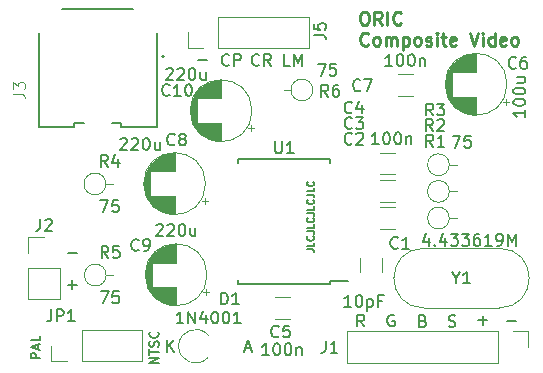
<source format=gto>
%TF.GenerationSoftware,KiCad,Pcbnew,7.0.10-7.0.10~ubuntu22.04.1*%
%TF.CreationDate,2024-04-16T08:27:36+02:00*%
%TF.ProjectId,oric_comp_video,6f726963-5f63-46f6-9d70-5f766964656f,1*%
%TF.SameCoordinates,PX1b40518PY99d1710*%
%TF.FileFunction,Legend,Top*%
%TF.FilePolarity,Positive*%
%FSLAX46Y46*%
G04 Gerber Fmt 4.6, Leading zero omitted, Abs format (unit mm)*
G04 Created by KiCad (PCBNEW 7.0.10-7.0.10~ubuntu22.04.1) date 2024-04-16 08:27:36*
%MOMM*%
%LPD*%
G01*
G04 APERTURE LIST*
%ADD10C,0.200000*%
%ADD11C,0.150000*%
%ADD12C,0.275000*%
%ADD13C,0.015000*%
%ADD14C,0.120000*%
%ADD15C,0.127000*%
G04 APERTURE END LIST*
D10*
X121920048Y54437134D02*
X122681953Y54437134D01*
X122301000Y54056181D02*
X122301000Y54818086D01*
X112247323Y53929181D02*
X111913990Y54405372D01*
X111675895Y53929181D02*
X111675895Y54929181D01*
X111675895Y54929181D02*
X112056847Y54929181D01*
X112056847Y54929181D02*
X112152085Y54881562D01*
X112152085Y54881562D02*
X112199704Y54833943D01*
X112199704Y54833943D02*
X112247323Y54738705D01*
X112247323Y54738705D02*
X112247323Y54595848D01*
X112247323Y54595848D02*
X112199704Y54500610D01*
X112199704Y54500610D02*
X112152085Y54452991D01*
X112152085Y54452991D02*
X112056847Y54405372D01*
X112056847Y54405372D02*
X111675895Y54405372D01*
X114790504Y54881562D02*
X114695266Y54929181D01*
X114695266Y54929181D02*
X114552409Y54929181D01*
X114552409Y54929181D02*
X114409552Y54881562D01*
X114409552Y54881562D02*
X114314314Y54786324D01*
X114314314Y54786324D02*
X114266695Y54691086D01*
X114266695Y54691086D02*
X114219076Y54500610D01*
X114219076Y54500610D02*
X114219076Y54357753D01*
X114219076Y54357753D02*
X114266695Y54167277D01*
X114266695Y54167277D02*
X114314314Y54072039D01*
X114314314Y54072039D02*
X114409552Y53976800D01*
X114409552Y53976800D02*
X114552409Y53929181D01*
X114552409Y53929181D02*
X114647647Y53929181D01*
X114647647Y53929181D02*
X114790504Y53976800D01*
X114790504Y53976800D02*
X114838123Y54024420D01*
X114838123Y54024420D02*
X114838123Y54357753D01*
X114838123Y54357753D02*
X114647647Y54357753D01*
X119399086Y53926000D02*
X119541943Y53878381D01*
X119541943Y53878381D02*
X119780038Y53878381D01*
X119780038Y53878381D02*
X119875276Y53926000D01*
X119875276Y53926000D02*
X119922895Y53973620D01*
X119922895Y53973620D02*
X119970514Y54068858D01*
X119970514Y54068858D02*
X119970514Y54164096D01*
X119970514Y54164096D02*
X119922895Y54259334D01*
X119922895Y54259334D02*
X119875276Y54306953D01*
X119875276Y54306953D02*
X119780038Y54354572D01*
X119780038Y54354572D02*
X119589562Y54402191D01*
X119589562Y54402191D02*
X119494324Y54449810D01*
X119494324Y54449810D02*
X119446705Y54497429D01*
X119446705Y54497429D02*
X119399086Y54592667D01*
X119399086Y54592667D02*
X119399086Y54687905D01*
X119399086Y54687905D02*
X119446705Y54783143D01*
X119446705Y54783143D02*
X119494324Y54830762D01*
X119494324Y54830762D02*
X119589562Y54878381D01*
X119589562Y54878381D02*
X119827657Y54878381D01*
X119827657Y54878381D02*
X119970514Y54830762D01*
X124383848Y54411734D02*
X125145753Y54411734D01*
D11*
X94850295Y50806515D02*
X94050295Y50806515D01*
X94050295Y50806515D02*
X94850295Y51263658D01*
X94850295Y51263658D02*
X94050295Y51263658D01*
X94050295Y51530324D02*
X94050295Y51987467D01*
X94850295Y51758895D02*
X94050295Y51758895D01*
X94812200Y52216038D02*
X94850295Y52330324D01*
X94850295Y52330324D02*
X94850295Y52520800D01*
X94850295Y52520800D02*
X94812200Y52596991D01*
X94812200Y52596991D02*
X94774104Y52635086D01*
X94774104Y52635086D02*
X94697914Y52673181D01*
X94697914Y52673181D02*
X94621723Y52673181D01*
X94621723Y52673181D02*
X94545533Y52635086D01*
X94545533Y52635086D02*
X94507438Y52596991D01*
X94507438Y52596991D02*
X94469342Y52520800D01*
X94469342Y52520800D02*
X94431247Y52368419D01*
X94431247Y52368419D02*
X94393152Y52292229D01*
X94393152Y52292229D02*
X94355057Y52254134D01*
X94355057Y52254134D02*
X94278866Y52216038D01*
X94278866Y52216038D02*
X94202676Y52216038D01*
X94202676Y52216038D02*
X94126485Y52254134D01*
X94126485Y52254134D02*
X94088390Y52292229D01*
X94088390Y52292229D02*
X94050295Y52368419D01*
X94050295Y52368419D02*
X94050295Y52558896D01*
X94050295Y52558896D02*
X94088390Y52673181D01*
X94774104Y53473182D02*
X94812200Y53435086D01*
X94812200Y53435086D02*
X94850295Y53320801D01*
X94850295Y53320801D02*
X94850295Y53244610D01*
X94850295Y53244610D02*
X94812200Y53130324D01*
X94812200Y53130324D02*
X94736009Y53054134D01*
X94736009Y53054134D02*
X94659819Y53016039D01*
X94659819Y53016039D02*
X94507438Y52977943D01*
X94507438Y52977943D02*
X94393152Y52977943D01*
X94393152Y52977943D02*
X94240771Y53016039D01*
X94240771Y53016039D02*
X94164580Y53054134D01*
X94164580Y53054134D02*
X94088390Y53130324D01*
X94088390Y53130324D02*
X94050295Y53244610D01*
X94050295Y53244610D02*
X94050295Y53320801D01*
X94050295Y53320801D02*
X94088390Y53435086D01*
X94088390Y53435086D02*
X94126485Y53473182D01*
D10*
X117241628Y54402191D02*
X117384485Y54354572D01*
X117384485Y54354572D02*
X117432104Y54306953D01*
X117432104Y54306953D02*
X117479723Y54211715D01*
X117479723Y54211715D02*
X117479723Y54068858D01*
X117479723Y54068858D02*
X117432104Y53973620D01*
X117432104Y53973620D02*
X117384485Y53926000D01*
X117384485Y53926000D02*
X117289247Y53878381D01*
X117289247Y53878381D02*
X116908295Y53878381D01*
X116908295Y53878381D02*
X116908295Y54878381D01*
X116908295Y54878381D02*
X117241628Y54878381D01*
X117241628Y54878381D02*
X117336866Y54830762D01*
X117336866Y54830762D02*
X117384485Y54783143D01*
X117384485Y54783143D02*
X117432104Y54687905D01*
X117432104Y54687905D02*
X117432104Y54592667D01*
X117432104Y54592667D02*
X117384485Y54497429D01*
X117384485Y54497429D02*
X117336866Y54449810D01*
X117336866Y54449810D02*
X117241628Y54402191D01*
X117241628Y54402191D02*
X116908295Y54402191D01*
D11*
X107416571Y60449172D02*
X107845142Y60449172D01*
X107845142Y60449172D02*
X107930857Y60420601D01*
X107930857Y60420601D02*
X107988000Y60363458D01*
X107988000Y60363458D02*
X108016571Y60277744D01*
X108016571Y60277744D02*
X108016571Y60220601D01*
X108016571Y61020601D02*
X108016571Y60734887D01*
X108016571Y60734887D02*
X107416571Y60734887D01*
X107959428Y61563458D02*
X107988000Y61534886D01*
X107988000Y61534886D02*
X108016571Y61449172D01*
X108016571Y61449172D02*
X108016571Y61392029D01*
X108016571Y61392029D02*
X107988000Y61306315D01*
X107988000Y61306315D02*
X107930857Y61249172D01*
X107930857Y61249172D02*
X107873714Y61220601D01*
X107873714Y61220601D02*
X107759428Y61192029D01*
X107759428Y61192029D02*
X107673714Y61192029D01*
X107673714Y61192029D02*
X107559428Y61220601D01*
X107559428Y61220601D02*
X107502285Y61249172D01*
X107502285Y61249172D02*
X107445142Y61306315D01*
X107445142Y61306315D02*
X107416571Y61392029D01*
X107416571Y61392029D02*
X107416571Y61449172D01*
X107416571Y61449172D02*
X107445142Y61534886D01*
X107445142Y61534886D02*
X107473714Y61563458D01*
X107416571Y61992029D02*
X107845142Y61992029D01*
X107845142Y61992029D02*
X107930857Y61963458D01*
X107930857Y61963458D02*
X107988000Y61906315D01*
X107988000Y61906315D02*
X108016571Y61820601D01*
X108016571Y61820601D02*
X108016571Y61763458D01*
X108016571Y62563458D02*
X108016571Y62277744D01*
X108016571Y62277744D02*
X107416571Y62277744D01*
X107959428Y63106315D02*
X107988000Y63077743D01*
X107988000Y63077743D02*
X108016571Y62992029D01*
X108016571Y62992029D02*
X108016571Y62934886D01*
X108016571Y62934886D02*
X107988000Y62849172D01*
X107988000Y62849172D02*
X107930857Y62792029D01*
X107930857Y62792029D02*
X107873714Y62763458D01*
X107873714Y62763458D02*
X107759428Y62734886D01*
X107759428Y62734886D02*
X107673714Y62734886D01*
X107673714Y62734886D02*
X107559428Y62763458D01*
X107559428Y62763458D02*
X107502285Y62792029D01*
X107502285Y62792029D02*
X107445142Y62849172D01*
X107445142Y62849172D02*
X107416571Y62934886D01*
X107416571Y62934886D02*
X107416571Y62992029D01*
X107416571Y62992029D02*
X107445142Y63077743D01*
X107445142Y63077743D02*
X107473714Y63106315D01*
X107416571Y63534886D02*
X107845142Y63534886D01*
X107845142Y63534886D02*
X107930857Y63506315D01*
X107930857Y63506315D02*
X107988000Y63449172D01*
X107988000Y63449172D02*
X108016571Y63363458D01*
X108016571Y63363458D02*
X108016571Y63306315D01*
X108016571Y64106315D02*
X108016571Y63820601D01*
X108016571Y63820601D02*
X107416571Y63820601D01*
X107959428Y64649172D02*
X107988000Y64620600D01*
X107988000Y64620600D02*
X108016571Y64534886D01*
X108016571Y64534886D02*
X108016571Y64477743D01*
X108016571Y64477743D02*
X107988000Y64392029D01*
X107988000Y64392029D02*
X107930857Y64334886D01*
X107930857Y64334886D02*
X107873714Y64306315D01*
X107873714Y64306315D02*
X107759428Y64277743D01*
X107759428Y64277743D02*
X107673714Y64277743D01*
X107673714Y64277743D02*
X107559428Y64306315D01*
X107559428Y64306315D02*
X107502285Y64334886D01*
X107502285Y64334886D02*
X107445142Y64392029D01*
X107445142Y64392029D02*
X107416571Y64477743D01*
X107416571Y64477743D02*
X107416571Y64534886D01*
X107416571Y64534886D02*
X107445142Y64620600D01*
X107445142Y64620600D02*
X107473714Y64649172D01*
X107416571Y65077743D02*
X107845142Y65077743D01*
X107845142Y65077743D02*
X107930857Y65049172D01*
X107930857Y65049172D02*
X107988000Y64992029D01*
X107988000Y64992029D02*
X108016571Y64906315D01*
X108016571Y64906315D02*
X108016571Y64849172D01*
X108016571Y65649172D02*
X108016571Y65363458D01*
X108016571Y65363458D02*
X107416571Y65363458D01*
X107959428Y66192029D02*
X107988000Y66163457D01*
X107988000Y66163457D02*
X108016571Y66077743D01*
X108016571Y66077743D02*
X108016571Y66020600D01*
X108016571Y66020600D02*
X107988000Y65934886D01*
X107988000Y65934886D02*
X107930857Y65877743D01*
X107930857Y65877743D02*
X107873714Y65849172D01*
X107873714Y65849172D02*
X107759428Y65820600D01*
X107759428Y65820600D02*
X107673714Y65820600D01*
X107673714Y65820600D02*
X107559428Y65849172D01*
X107559428Y65849172D02*
X107502285Y65877743D01*
X107502285Y65877743D02*
X107445142Y65934886D01*
X107445142Y65934886D02*
X107416571Y66020600D01*
X107416571Y66020600D02*
X107416571Y66077743D01*
X107416571Y66077743D02*
X107445142Y66163457D01*
X107445142Y66163457D02*
X107473714Y66192029D01*
D10*
X103365323Y76071620D02*
X103317704Y76024000D01*
X103317704Y76024000D02*
X103174847Y75976381D01*
X103174847Y75976381D02*
X103079609Y75976381D01*
X103079609Y75976381D02*
X102936752Y76024000D01*
X102936752Y76024000D02*
X102841514Y76119239D01*
X102841514Y76119239D02*
X102793895Y76214477D01*
X102793895Y76214477D02*
X102746276Y76404953D01*
X102746276Y76404953D02*
X102746276Y76547810D01*
X102746276Y76547810D02*
X102793895Y76738286D01*
X102793895Y76738286D02*
X102841514Y76833524D01*
X102841514Y76833524D02*
X102936752Y76928762D01*
X102936752Y76928762D02*
X103079609Y76976381D01*
X103079609Y76976381D02*
X103174847Y76976381D01*
X103174847Y76976381D02*
X103317704Y76928762D01*
X103317704Y76928762D02*
X103365323Y76881143D01*
X104365323Y75976381D02*
X104031990Y76452572D01*
X103793895Y75976381D02*
X103793895Y76976381D01*
X103793895Y76976381D02*
X104174847Y76976381D01*
X104174847Y76976381D02*
X104270085Y76928762D01*
X104270085Y76928762D02*
X104317704Y76881143D01*
X104317704Y76881143D02*
X104365323Y76785905D01*
X104365323Y76785905D02*
X104365323Y76643048D01*
X104365323Y76643048D02*
X104317704Y76547810D01*
X104317704Y76547810D02*
X104270085Y76500191D01*
X104270085Y76500191D02*
X104174847Y76452572D01*
X104174847Y76452572D02*
X103793895Y76452572D01*
X105960895Y75976381D02*
X105484705Y75976381D01*
X105484705Y75976381D02*
X105484705Y76976381D01*
X106294229Y75976381D02*
X106294229Y76976381D01*
X106294229Y76976381D02*
X106627562Y76262096D01*
X106627562Y76262096D02*
X106960895Y76976381D01*
X106960895Y76976381D02*
X106960895Y75976381D01*
X98196448Y76509734D02*
X98958353Y76509734D01*
X100825323Y76071620D02*
X100777704Y76024000D01*
X100777704Y76024000D02*
X100634847Y75976381D01*
X100634847Y75976381D02*
X100539609Y75976381D01*
X100539609Y75976381D02*
X100396752Y76024000D01*
X100396752Y76024000D02*
X100301514Y76119239D01*
X100301514Y76119239D02*
X100253895Y76214477D01*
X100253895Y76214477D02*
X100206276Y76404953D01*
X100206276Y76404953D02*
X100206276Y76547810D01*
X100206276Y76547810D02*
X100253895Y76738286D01*
X100253895Y76738286D02*
X100301514Y76833524D01*
X100301514Y76833524D02*
X100396752Y76928762D01*
X100396752Y76928762D02*
X100539609Y76976381D01*
X100539609Y76976381D02*
X100634847Y76976381D01*
X100634847Y76976381D02*
X100777704Y76928762D01*
X100777704Y76928762D02*
X100825323Y76881143D01*
X101253895Y75976381D02*
X101253895Y76976381D01*
X101253895Y76976381D02*
X101634847Y76976381D01*
X101634847Y76976381D02*
X101730085Y76928762D01*
X101730085Y76928762D02*
X101777704Y76881143D01*
X101777704Y76881143D02*
X101825323Y76785905D01*
X101825323Y76785905D02*
X101825323Y76643048D01*
X101825323Y76643048D02*
X101777704Y76547810D01*
X101777704Y76547810D02*
X101730085Y76500191D01*
X101730085Y76500191D02*
X101634847Y76452572D01*
X101634847Y76452572D02*
X101253895Y76452572D01*
D12*
X112183749Y80566120D02*
X112393273Y80566120D01*
X112393273Y80566120D02*
X112498035Y80513739D01*
X112498035Y80513739D02*
X112602797Y80408977D01*
X112602797Y80408977D02*
X112655178Y80199453D01*
X112655178Y80199453D02*
X112655178Y79832786D01*
X112655178Y79832786D02*
X112602797Y79623262D01*
X112602797Y79623262D02*
X112498035Y79518500D01*
X112498035Y79518500D02*
X112393273Y79466120D01*
X112393273Y79466120D02*
X112183749Y79466120D01*
X112183749Y79466120D02*
X112078987Y79518500D01*
X112078987Y79518500D02*
X111974225Y79623262D01*
X111974225Y79623262D02*
X111921844Y79832786D01*
X111921844Y79832786D02*
X111921844Y80199453D01*
X111921844Y80199453D02*
X111974225Y80408977D01*
X111974225Y80408977D02*
X112078987Y80513739D01*
X112078987Y80513739D02*
X112183749Y80566120D01*
X113755178Y79466120D02*
X113388511Y79989929D01*
X113126606Y79466120D02*
X113126606Y80566120D01*
X113126606Y80566120D02*
X113545654Y80566120D01*
X113545654Y80566120D02*
X113650416Y80513739D01*
X113650416Y80513739D02*
X113702797Y80461358D01*
X113702797Y80461358D02*
X113755178Y80356596D01*
X113755178Y80356596D02*
X113755178Y80199453D01*
X113755178Y80199453D02*
X113702797Y80094691D01*
X113702797Y80094691D02*
X113650416Y80042310D01*
X113650416Y80042310D02*
X113545654Y79989929D01*
X113545654Y79989929D02*
X113126606Y79989929D01*
X114226606Y79466120D02*
X114226606Y80566120D01*
X115378988Y79570881D02*
X115326607Y79518500D01*
X115326607Y79518500D02*
X115169464Y79466120D01*
X115169464Y79466120D02*
X115064702Y79466120D01*
X115064702Y79466120D02*
X114907559Y79518500D01*
X114907559Y79518500D02*
X114802797Y79623262D01*
X114802797Y79623262D02*
X114750416Y79728024D01*
X114750416Y79728024D02*
X114698035Y79937548D01*
X114698035Y79937548D02*
X114698035Y80094691D01*
X114698035Y80094691D02*
X114750416Y80304215D01*
X114750416Y80304215D02*
X114802797Y80408977D01*
X114802797Y80408977D02*
X114907559Y80513739D01*
X114907559Y80513739D02*
X115064702Y80566120D01*
X115064702Y80566120D02*
X115169464Y80566120D01*
X115169464Y80566120D02*
X115326607Y80513739D01*
X115326607Y80513739D02*
X115378988Y80461358D01*
X112602797Y77799881D02*
X112550416Y77747500D01*
X112550416Y77747500D02*
X112393273Y77695120D01*
X112393273Y77695120D02*
X112288511Y77695120D01*
X112288511Y77695120D02*
X112131368Y77747500D01*
X112131368Y77747500D02*
X112026606Y77852262D01*
X112026606Y77852262D02*
X111974225Y77957024D01*
X111974225Y77957024D02*
X111921844Y78166548D01*
X111921844Y78166548D02*
X111921844Y78323691D01*
X111921844Y78323691D02*
X111974225Y78533215D01*
X111974225Y78533215D02*
X112026606Y78637977D01*
X112026606Y78637977D02*
X112131368Y78742739D01*
X112131368Y78742739D02*
X112288511Y78795120D01*
X112288511Y78795120D02*
X112393273Y78795120D01*
X112393273Y78795120D02*
X112550416Y78742739D01*
X112550416Y78742739D02*
X112602797Y78690358D01*
X113231368Y77695120D02*
X113126606Y77747500D01*
X113126606Y77747500D02*
X113074225Y77799881D01*
X113074225Y77799881D02*
X113021844Y77904643D01*
X113021844Y77904643D02*
X113021844Y78218929D01*
X113021844Y78218929D02*
X113074225Y78323691D01*
X113074225Y78323691D02*
X113126606Y78376072D01*
X113126606Y78376072D02*
X113231368Y78428453D01*
X113231368Y78428453D02*
X113388511Y78428453D01*
X113388511Y78428453D02*
X113493273Y78376072D01*
X113493273Y78376072D02*
X113545654Y78323691D01*
X113545654Y78323691D02*
X113598035Y78218929D01*
X113598035Y78218929D02*
X113598035Y77904643D01*
X113598035Y77904643D02*
X113545654Y77799881D01*
X113545654Y77799881D02*
X113493273Y77747500D01*
X113493273Y77747500D02*
X113388511Y77695120D01*
X113388511Y77695120D02*
X113231368Y77695120D01*
X114069463Y77695120D02*
X114069463Y78428453D01*
X114069463Y78323691D02*
X114121844Y78376072D01*
X114121844Y78376072D02*
X114226606Y78428453D01*
X114226606Y78428453D02*
X114383749Y78428453D01*
X114383749Y78428453D02*
X114488511Y78376072D01*
X114488511Y78376072D02*
X114540892Y78271310D01*
X114540892Y78271310D02*
X114540892Y77695120D01*
X114540892Y78271310D02*
X114593273Y78376072D01*
X114593273Y78376072D02*
X114698035Y78428453D01*
X114698035Y78428453D02*
X114855178Y78428453D01*
X114855178Y78428453D02*
X114959939Y78376072D01*
X114959939Y78376072D02*
X115012320Y78271310D01*
X115012320Y78271310D02*
X115012320Y77695120D01*
X115536130Y78428453D02*
X115536130Y77328453D01*
X115536130Y78376072D02*
X115640892Y78428453D01*
X115640892Y78428453D02*
X115850416Y78428453D01*
X115850416Y78428453D02*
X115955178Y78376072D01*
X115955178Y78376072D02*
X116007559Y78323691D01*
X116007559Y78323691D02*
X116059940Y78218929D01*
X116059940Y78218929D02*
X116059940Y77904643D01*
X116059940Y77904643D02*
X116007559Y77799881D01*
X116007559Y77799881D02*
X115955178Y77747500D01*
X115955178Y77747500D02*
X115850416Y77695120D01*
X115850416Y77695120D02*
X115640892Y77695120D01*
X115640892Y77695120D02*
X115536130Y77747500D01*
X116688511Y77695120D02*
X116583749Y77747500D01*
X116583749Y77747500D02*
X116531368Y77799881D01*
X116531368Y77799881D02*
X116478987Y77904643D01*
X116478987Y77904643D02*
X116478987Y78218929D01*
X116478987Y78218929D02*
X116531368Y78323691D01*
X116531368Y78323691D02*
X116583749Y78376072D01*
X116583749Y78376072D02*
X116688511Y78428453D01*
X116688511Y78428453D02*
X116845654Y78428453D01*
X116845654Y78428453D02*
X116950416Y78376072D01*
X116950416Y78376072D02*
X117002797Y78323691D01*
X117002797Y78323691D02*
X117055178Y78218929D01*
X117055178Y78218929D02*
X117055178Y77904643D01*
X117055178Y77904643D02*
X117002797Y77799881D01*
X117002797Y77799881D02*
X116950416Y77747500D01*
X116950416Y77747500D02*
X116845654Y77695120D01*
X116845654Y77695120D02*
X116688511Y77695120D01*
X117474225Y77747500D02*
X117578987Y77695120D01*
X117578987Y77695120D02*
X117788511Y77695120D01*
X117788511Y77695120D02*
X117893273Y77747500D01*
X117893273Y77747500D02*
X117945654Y77852262D01*
X117945654Y77852262D02*
X117945654Y77904643D01*
X117945654Y77904643D02*
X117893273Y78009405D01*
X117893273Y78009405D02*
X117788511Y78061786D01*
X117788511Y78061786D02*
X117631368Y78061786D01*
X117631368Y78061786D02*
X117526606Y78114167D01*
X117526606Y78114167D02*
X117474225Y78218929D01*
X117474225Y78218929D02*
X117474225Y78271310D01*
X117474225Y78271310D02*
X117526606Y78376072D01*
X117526606Y78376072D02*
X117631368Y78428453D01*
X117631368Y78428453D02*
X117788511Y78428453D01*
X117788511Y78428453D02*
X117893273Y78376072D01*
X118417082Y77695120D02*
X118417082Y78428453D01*
X118417082Y78795120D02*
X118364701Y78742739D01*
X118364701Y78742739D02*
X118417082Y78690358D01*
X118417082Y78690358D02*
X118469463Y78742739D01*
X118469463Y78742739D02*
X118417082Y78795120D01*
X118417082Y78795120D02*
X118417082Y78690358D01*
X118783749Y78428453D02*
X119202797Y78428453D01*
X118940892Y78795120D02*
X118940892Y77852262D01*
X118940892Y77852262D02*
X118993273Y77747500D01*
X118993273Y77747500D02*
X119098035Y77695120D01*
X119098035Y77695120D02*
X119202797Y77695120D01*
X119988511Y77747500D02*
X119883749Y77695120D01*
X119883749Y77695120D02*
X119674225Y77695120D01*
X119674225Y77695120D02*
X119569463Y77747500D01*
X119569463Y77747500D02*
X119517082Y77852262D01*
X119517082Y77852262D02*
X119517082Y78271310D01*
X119517082Y78271310D02*
X119569463Y78376072D01*
X119569463Y78376072D02*
X119674225Y78428453D01*
X119674225Y78428453D02*
X119883749Y78428453D01*
X119883749Y78428453D02*
X119988511Y78376072D01*
X119988511Y78376072D02*
X120040892Y78271310D01*
X120040892Y78271310D02*
X120040892Y78166548D01*
X120040892Y78166548D02*
X119517082Y78061786D01*
X121193272Y78795120D02*
X121559939Y77695120D01*
X121559939Y77695120D02*
X121926606Y78795120D01*
X122293272Y77695120D02*
X122293272Y78428453D01*
X122293272Y78795120D02*
X122240891Y78742739D01*
X122240891Y78742739D02*
X122293272Y78690358D01*
X122293272Y78690358D02*
X122345653Y78742739D01*
X122345653Y78742739D02*
X122293272Y78795120D01*
X122293272Y78795120D02*
X122293272Y78690358D01*
X123288511Y77695120D02*
X123288511Y78795120D01*
X123288511Y77747500D02*
X123183749Y77695120D01*
X123183749Y77695120D02*
X122974225Y77695120D01*
X122974225Y77695120D02*
X122869463Y77747500D01*
X122869463Y77747500D02*
X122817082Y77799881D01*
X122817082Y77799881D02*
X122764701Y77904643D01*
X122764701Y77904643D02*
X122764701Y78218929D01*
X122764701Y78218929D02*
X122817082Y78323691D01*
X122817082Y78323691D02*
X122869463Y78376072D01*
X122869463Y78376072D02*
X122974225Y78428453D01*
X122974225Y78428453D02*
X123183749Y78428453D01*
X123183749Y78428453D02*
X123288511Y78376072D01*
X124231368Y77747500D02*
X124126606Y77695120D01*
X124126606Y77695120D02*
X123917082Y77695120D01*
X123917082Y77695120D02*
X123812320Y77747500D01*
X123812320Y77747500D02*
X123759939Y77852262D01*
X123759939Y77852262D02*
X123759939Y78271310D01*
X123759939Y78271310D02*
X123812320Y78376072D01*
X123812320Y78376072D02*
X123917082Y78428453D01*
X123917082Y78428453D02*
X124126606Y78428453D01*
X124126606Y78428453D02*
X124231368Y78376072D01*
X124231368Y78376072D02*
X124283749Y78271310D01*
X124283749Y78271310D02*
X124283749Y78166548D01*
X124283749Y78166548D02*
X123759939Y78061786D01*
X124912320Y77695120D02*
X124807558Y77747500D01*
X124807558Y77747500D02*
X124755177Y77799881D01*
X124755177Y77799881D02*
X124702796Y77904643D01*
X124702796Y77904643D02*
X124702796Y78218929D01*
X124702796Y78218929D02*
X124755177Y78323691D01*
X124755177Y78323691D02*
X124807558Y78376072D01*
X124807558Y78376072D02*
X124912320Y78428453D01*
X124912320Y78428453D02*
X125069463Y78428453D01*
X125069463Y78428453D02*
X125174225Y78376072D01*
X125174225Y78376072D02*
X125226606Y78323691D01*
X125226606Y78323691D02*
X125278987Y78218929D01*
X125278987Y78218929D02*
X125278987Y77904643D01*
X125278987Y77904643D02*
X125226606Y77799881D01*
X125226606Y77799881D02*
X125174225Y77747500D01*
X125174225Y77747500D02*
X125069463Y77695120D01*
X125069463Y77695120D02*
X124912320Y77695120D01*
D11*
X84842695Y51244611D02*
X84042695Y51244611D01*
X84042695Y51244611D02*
X84042695Y51549373D01*
X84042695Y51549373D02*
X84080790Y51625563D01*
X84080790Y51625563D02*
X84118885Y51663658D01*
X84118885Y51663658D02*
X84195076Y51701754D01*
X84195076Y51701754D02*
X84309361Y51701754D01*
X84309361Y51701754D02*
X84385552Y51663658D01*
X84385552Y51663658D02*
X84423647Y51625563D01*
X84423647Y51625563D02*
X84461742Y51549373D01*
X84461742Y51549373D02*
X84461742Y51244611D01*
X84614123Y52006515D02*
X84614123Y52387468D01*
X84842695Y51930325D02*
X84042695Y52196992D01*
X84042695Y52196992D02*
X84842695Y52463658D01*
X84842695Y53111277D02*
X84842695Y52730325D01*
X84842695Y52730325D02*
X84042695Y52730325D01*
D10*
X87172848Y60101334D02*
X87934753Y60101334D01*
X87172848Y57434334D02*
X87934753Y57434334D01*
X87553800Y57053381D02*
X87553800Y57815286D01*
D11*
X115098533Y60600420D02*
X115050914Y60552800D01*
X115050914Y60552800D02*
X114908057Y60505181D01*
X114908057Y60505181D02*
X114812819Y60505181D01*
X114812819Y60505181D02*
X114669962Y60552800D01*
X114669962Y60552800D02*
X114574724Y60648039D01*
X114574724Y60648039D02*
X114527105Y60743277D01*
X114527105Y60743277D02*
X114479486Y60933753D01*
X114479486Y60933753D02*
X114479486Y61076610D01*
X114479486Y61076610D02*
X114527105Y61267086D01*
X114527105Y61267086D02*
X114574724Y61362324D01*
X114574724Y61362324D02*
X114669962Y61457562D01*
X114669962Y61457562D02*
X114812819Y61505181D01*
X114812819Y61505181D02*
X114908057Y61505181D01*
X114908057Y61505181D02*
X115050914Y61457562D01*
X115050914Y61457562D02*
X115098533Y61409943D01*
X116050914Y60505181D02*
X115479486Y60505181D01*
X115765200Y60505181D02*
X115765200Y61505181D01*
X115765200Y61505181D02*
X115669962Y61362324D01*
X115669962Y61362324D02*
X115574724Y61267086D01*
X115574724Y61267086D02*
X115479486Y61219467D01*
X111145771Y55577581D02*
X110574343Y55577581D01*
X110860057Y55577581D02*
X110860057Y56577581D01*
X110860057Y56577581D02*
X110764819Y56434724D01*
X110764819Y56434724D02*
X110669581Y56339486D01*
X110669581Y56339486D02*
X110574343Y56291867D01*
X111764819Y56577581D02*
X111860057Y56577581D01*
X111860057Y56577581D02*
X111955295Y56529962D01*
X111955295Y56529962D02*
X112002914Y56482343D01*
X112002914Y56482343D02*
X112050533Y56387105D01*
X112050533Y56387105D02*
X112098152Y56196629D01*
X112098152Y56196629D02*
X112098152Y55958534D01*
X112098152Y55958534D02*
X112050533Y55768058D01*
X112050533Y55768058D02*
X112002914Y55672820D01*
X112002914Y55672820D02*
X111955295Y55625200D01*
X111955295Y55625200D02*
X111860057Y55577581D01*
X111860057Y55577581D02*
X111764819Y55577581D01*
X111764819Y55577581D02*
X111669581Y55625200D01*
X111669581Y55625200D02*
X111621962Y55672820D01*
X111621962Y55672820D02*
X111574343Y55768058D01*
X111574343Y55768058D02*
X111526724Y55958534D01*
X111526724Y55958534D02*
X111526724Y56196629D01*
X111526724Y56196629D02*
X111574343Y56387105D01*
X111574343Y56387105D02*
X111621962Y56482343D01*
X111621962Y56482343D02*
X111669581Y56529962D01*
X111669581Y56529962D02*
X111764819Y56577581D01*
X112526724Y56244248D02*
X112526724Y55244248D01*
X112526724Y56196629D02*
X112621962Y56244248D01*
X112621962Y56244248D02*
X112812438Y56244248D01*
X112812438Y56244248D02*
X112907676Y56196629D01*
X112907676Y56196629D02*
X112955295Y56149010D01*
X112955295Y56149010D02*
X113002914Y56053772D01*
X113002914Y56053772D02*
X113002914Y55768058D01*
X113002914Y55768058D02*
X112955295Y55672820D01*
X112955295Y55672820D02*
X112907676Y55625200D01*
X112907676Y55625200D02*
X112812438Y55577581D01*
X112812438Y55577581D02*
X112621962Y55577581D01*
X112621962Y55577581D02*
X112526724Y55625200D01*
X113764819Y56101391D02*
X113431486Y56101391D01*
X113431486Y55577581D02*
X113431486Y56577581D01*
X113431486Y56577581D02*
X113907676Y56577581D01*
X111212333Y69414220D02*
X111164714Y69366600D01*
X111164714Y69366600D02*
X111021857Y69318981D01*
X111021857Y69318981D02*
X110926619Y69318981D01*
X110926619Y69318981D02*
X110783762Y69366600D01*
X110783762Y69366600D02*
X110688524Y69461839D01*
X110688524Y69461839D02*
X110640905Y69557077D01*
X110640905Y69557077D02*
X110593286Y69747553D01*
X110593286Y69747553D02*
X110593286Y69890410D01*
X110593286Y69890410D02*
X110640905Y70080886D01*
X110640905Y70080886D02*
X110688524Y70176124D01*
X110688524Y70176124D02*
X110783762Y70271362D01*
X110783762Y70271362D02*
X110926619Y70318981D01*
X110926619Y70318981D02*
X111021857Y70318981D01*
X111021857Y70318981D02*
X111164714Y70271362D01*
X111164714Y70271362D02*
X111212333Y70223743D01*
X111593286Y70223743D02*
X111640905Y70271362D01*
X111640905Y70271362D02*
X111736143Y70318981D01*
X111736143Y70318981D02*
X111974238Y70318981D01*
X111974238Y70318981D02*
X112069476Y70271362D01*
X112069476Y70271362D02*
X112117095Y70223743D01*
X112117095Y70223743D02*
X112164714Y70128505D01*
X112164714Y70128505D02*
X112164714Y70033267D01*
X112164714Y70033267D02*
X112117095Y69890410D01*
X112117095Y69890410D02*
X111545667Y69318981D01*
X111545667Y69318981D02*
X112164714Y69318981D01*
X111212333Y70735020D02*
X111164714Y70687400D01*
X111164714Y70687400D02*
X111021857Y70639781D01*
X111021857Y70639781D02*
X110926619Y70639781D01*
X110926619Y70639781D02*
X110783762Y70687400D01*
X110783762Y70687400D02*
X110688524Y70782639D01*
X110688524Y70782639D02*
X110640905Y70877877D01*
X110640905Y70877877D02*
X110593286Y71068353D01*
X110593286Y71068353D02*
X110593286Y71211210D01*
X110593286Y71211210D02*
X110640905Y71401686D01*
X110640905Y71401686D02*
X110688524Y71496924D01*
X110688524Y71496924D02*
X110783762Y71592162D01*
X110783762Y71592162D02*
X110926619Y71639781D01*
X110926619Y71639781D02*
X111021857Y71639781D01*
X111021857Y71639781D02*
X111164714Y71592162D01*
X111164714Y71592162D02*
X111212333Y71544543D01*
X111545667Y71639781D02*
X112164714Y71639781D01*
X112164714Y71639781D02*
X111831381Y71258829D01*
X111831381Y71258829D02*
X111974238Y71258829D01*
X111974238Y71258829D02*
X112069476Y71211210D01*
X112069476Y71211210D02*
X112117095Y71163591D01*
X112117095Y71163591D02*
X112164714Y71068353D01*
X112164714Y71068353D02*
X112164714Y70830258D01*
X112164714Y70830258D02*
X112117095Y70735020D01*
X112117095Y70735020D02*
X112069476Y70687400D01*
X112069476Y70687400D02*
X111974238Y70639781D01*
X111974238Y70639781D02*
X111688524Y70639781D01*
X111688524Y70639781D02*
X111593286Y70687400D01*
X111593286Y70687400D02*
X111545667Y70735020D01*
X111212333Y72055820D02*
X111164714Y72008200D01*
X111164714Y72008200D02*
X111021857Y71960581D01*
X111021857Y71960581D02*
X110926619Y71960581D01*
X110926619Y71960581D02*
X110783762Y72008200D01*
X110783762Y72008200D02*
X110688524Y72103439D01*
X110688524Y72103439D02*
X110640905Y72198677D01*
X110640905Y72198677D02*
X110593286Y72389153D01*
X110593286Y72389153D02*
X110593286Y72532010D01*
X110593286Y72532010D02*
X110640905Y72722486D01*
X110640905Y72722486D02*
X110688524Y72817724D01*
X110688524Y72817724D02*
X110783762Y72912962D01*
X110783762Y72912962D02*
X110926619Y72960581D01*
X110926619Y72960581D02*
X111021857Y72960581D01*
X111021857Y72960581D02*
X111164714Y72912962D01*
X111164714Y72912962D02*
X111212333Y72865343D01*
X112069476Y72627248D02*
X112069476Y71960581D01*
X111831381Y73008200D02*
X111593286Y72293915D01*
X111593286Y72293915D02*
X112212333Y72293915D01*
X113485752Y69344381D02*
X112914324Y69344381D01*
X113200038Y69344381D02*
X113200038Y70344381D01*
X113200038Y70344381D02*
X113104800Y70201524D01*
X113104800Y70201524D02*
X113009562Y70106286D01*
X113009562Y70106286D02*
X112914324Y70058667D01*
X114104800Y70344381D02*
X114200038Y70344381D01*
X114200038Y70344381D02*
X114295276Y70296762D01*
X114295276Y70296762D02*
X114342895Y70249143D01*
X114342895Y70249143D02*
X114390514Y70153905D01*
X114390514Y70153905D02*
X114438133Y69963429D01*
X114438133Y69963429D02*
X114438133Y69725334D01*
X114438133Y69725334D02*
X114390514Y69534858D01*
X114390514Y69534858D02*
X114342895Y69439620D01*
X114342895Y69439620D02*
X114295276Y69392000D01*
X114295276Y69392000D02*
X114200038Y69344381D01*
X114200038Y69344381D02*
X114104800Y69344381D01*
X114104800Y69344381D02*
X114009562Y69392000D01*
X114009562Y69392000D02*
X113961943Y69439620D01*
X113961943Y69439620D02*
X113914324Y69534858D01*
X113914324Y69534858D02*
X113866705Y69725334D01*
X113866705Y69725334D02*
X113866705Y69963429D01*
X113866705Y69963429D02*
X113914324Y70153905D01*
X113914324Y70153905D02*
X113961943Y70249143D01*
X113961943Y70249143D02*
X114009562Y70296762D01*
X114009562Y70296762D02*
X114104800Y70344381D01*
X115057181Y70344381D02*
X115152419Y70344381D01*
X115152419Y70344381D02*
X115247657Y70296762D01*
X115247657Y70296762D02*
X115295276Y70249143D01*
X115295276Y70249143D02*
X115342895Y70153905D01*
X115342895Y70153905D02*
X115390514Y69963429D01*
X115390514Y69963429D02*
X115390514Y69725334D01*
X115390514Y69725334D02*
X115342895Y69534858D01*
X115342895Y69534858D02*
X115295276Y69439620D01*
X115295276Y69439620D02*
X115247657Y69392000D01*
X115247657Y69392000D02*
X115152419Y69344381D01*
X115152419Y69344381D02*
X115057181Y69344381D01*
X115057181Y69344381D02*
X114961943Y69392000D01*
X114961943Y69392000D02*
X114914324Y69439620D01*
X114914324Y69439620D02*
X114866705Y69534858D01*
X114866705Y69534858D02*
X114819086Y69725334D01*
X114819086Y69725334D02*
X114819086Y69963429D01*
X114819086Y69963429D02*
X114866705Y70153905D01*
X114866705Y70153905D02*
X114914324Y70249143D01*
X114914324Y70249143D02*
X114961943Y70296762D01*
X114961943Y70296762D02*
X115057181Y70344381D01*
X115819086Y70011048D02*
X115819086Y69344381D01*
X115819086Y69915810D02*
X115866705Y69963429D01*
X115866705Y69963429D02*
X115961943Y70011048D01*
X115961943Y70011048D02*
X116104800Y70011048D01*
X116104800Y70011048D02*
X116200038Y69963429D01*
X116200038Y69963429D02*
X116247657Y69868191D01*
X116247657Y69868191D02*
X116247657Y69344381D01*
X118095733Y69141181D02*
X117762400Y69617372D01*
X117524305Y69141181D02*
X117524305Y70141181D01*
X117524305Y70141181D02*
X117905257Y70141181D01*
X117905257Y70141181D02*
X118000495Y70093562D01*
X118000495Y70093562D02*
X118048114Y70045943D01*
X118048114Y70045943D02*
X118095733Y69950705D01*
X118095733Y69950705D02*
X118095733Y69807848D01*
X118095733Y69807848D02*
X118048114Y69712610D01*
X118048114Y69712610D02*
X118000495Y69664991D01*
X118000495Y69664991D02*
X117905257Y69617372D01*
X117905257Y69617372D02*
X117524305Y69617372D01*
X119048114Y69141181D02*
X118476686Y69141181D01*
X118762400Y69141181D02*
X118762400Y70141181D01*
X118762400Y70141181D02*
X118667162Y69998324D01*
X118667162Y69998324D02*
X118571924Y69903086D01*
X118571924Y69903086D02*
X118476686Y69855467D01*
X119738876Y70064981D02*
X120405542Y70064981D01*
X120405542Y70064981D02*
X119976971Y69064981D01*
X121262685Y70064981D02*
X120786495Y70064981D01*
X120786495Y70064981D02*
X120738876Y69588791D01*
X120738876Y69588791D02*
X120786495Y69636410D01*
X120786495Y69636410D02*
X120881733Y69684029D01*
X120881733Y69684029D02*
X121119828Y69684029D01*
X121119828Y69684029D02*
X121215066Y69636410D01*
X121215066Y69636410D02*
X121262685Y69588791D01*
X121262685Y69588791D02*
X121310304Y69493553D01*
X121310304Y69493553D02*
X121310304Y69255458D01*
X121310304Y69255458D02*
X121262685Y69160220D01*
X121262685Y69160220D02*
X121215066Y69112600D01*
X121215066Y69112600D02*
X121119828Y69064981D01*
X121119828Y69064981D02*
X120881733Y69064981D01*
X120881733Y69064981D02*
X120786495Y69112600D01*
X120786495Y69112600D02*
X120738876Y69160220D01*
X118070333Y70461981D02*
X117737000Y70938172D01*
X117498905Y70461981D02*
X117498905Y71461981D01*
X117498905Y71461981D02*
X117879857Y71461981D01*
X117879857Y71461981D02*
X117975095Y71414362D01*
X117975095Y71414362D02*
X118022714Y71366743D01*
X118022714Y71366743D02*
X118070333Y71271505D01*
X118070333Y71271505D02*
X118070333Y71128648D01*
X118070333Y71128648D02*
X118022714Y71033410D01*
X118022714Y71033410D02*
X117975095Y70985791D01*
X117975095Y70985791D02*
X117879857Y70938172D01*
X117879857Y70938172D02*
X117498905Y70938172D01*
X118451286Y71366743D02*
X118498905Y71414362D01*
X118498905Y71414362D02*
X118594143Y71461981D01*
X118594143Y71461981D02*
X118832238Y71461981D01*
X118832238Y71461981D02*
X118927476Y71414362D01*
X118927476Y71414362D02*
X118975095Y71366743D01*
X118975095Y71366743D02*
X119022714Y71271505D01*
X119022714Y71271505D02*
X119022714Y71176267D01*
X119022714Y71176267D02*
X118975095Y71033410D01*
X118975095Y71033410D02*
X118403667Y70461981D01*
X118403667Y70461981D02*
X119022714Y70461981D01*
X118095733Y71782781D02*
X117762400Y72258972D01*
X117524305Y71782781D02*
X117524305Y72782781D01*
X117524305Y72782781D02*
X117905257Y72782781D01*
X117905257Y72782781D02*
X118000495Y72735162D01*
X118000495Y72735162D02*
X118048114Y72687543D01*
X118048114Y72687543D02*
X118095733Y72592305D01*
X118095733Y72592305D02*
X118095733Y72449448D01*
X118095733Y72449448D02*
X118048114Y72354210D01*
X118048114Y72354210D02*
X118000495Y72306591D01*
X118000495Y72306591D02*
X117905257Y72258972D01*
X117905257Y72258972D02*
X117524305Y72258972D01*
X118429067Y72782781D02*
X119048114Y72782781D01*
X119048114Y72782781D02*
X118714781Y72401829D01*
X118714781Y72401829D02*
X118857638Y72401829D01*
X118857638Y72401829D02*
X118952876Y72354210D01*
X118952876Y72354210D02*
X119000495Y72306591D01*
X119000495Y72306591D02*
X119048114Y72211353D01*
X119048114Y72211353D02*
X119048114Y71973258D01*
X119048114Y71973258D02*
X119000495Y71878020D01*
X119000495Y71878020D02*
X118952876Y71830400D01*
X118952876Y71830400D02*
X118857638Y71782781D01*
X118857638Y71782781D02*
X118571924Y71782781D01*
X118571924Y71782781D02*
X118476686Y71830400D01*
X118476686Y71830400D02*
X118429067Y71878020D01*
X90562133Y67454381D02*
X90228800Y67930572D01*
X89990705Y67454381D02*
X89990705Y68454381D01*
X89990705Y68454381D02*
X90371657Y68454381D01*
X90371657Y68454381D02*
X90466895Y68406762D01*
X90466895Y68406762D02*
X90514514Y68359143D01*
X90514514Y68359143D02*
X90562133Y68263905D01*
X90562133Y68263905D02*
X90562133Y68121048D01*
X90562133Y68121048D02*
X90514514Y68025810D01*
X90514514Y68025810D02*
X90466895Y67978191D01*
X90466895Y67978191D02*
X90371657Y67930572D01*
X90371657Y67930572D02*
X89990705Y67930572D01*
X91419276Y68121048D02*
X91419276Y67454381D01*
X91181181Y68502000D02*
X90943086Y67787715D01*
X90943086Y67787715D02*
X91562133Y67787715D01*
X89919276Y64614381D02*
X90585942Y64614381D01*
X90585942Y64614381D02*
X90157371Y63614381D01*
X91443085Y64614381D02*
X90966895Y64614381D01*
X90966895Y64614381D02*
X90919276Y64138191D01*
X90919276Y64138191D02*
X90966895Y64185810D01*
X90966895Y64185810D02*
X91062133Y64233429D01*
X91062133Y64233429D02*
X91300228Y64233429D01*
X91300228Y64233429D02*
X91395466Y64185810D01*
X91395466Y64185810D02*
X91443085Y64138191D01*
X91443085Y64138191D02*
X91490704Y64042953D01*
X91490704Y64042953D02*
X91490704Y63804858D01*
X91490704Y63804858D02*
X91443085Y63709620D01*
X91443085Y63709620D02*
X91395466Y63662000D01*
X91395466Y63662000D02*
X91300228Y63614381D01*
X91300228Y63614381D02*
X91062133Y63614381D01*
X91062133Y63614381D02*
X90966895Y63662000D01*
X90966895Y63662000D02*
X90919276Y63709620D01*
X111923533Y73935420D02*
X111875914Y73887800D01*
X111875914Y73887800D02*
X111733057Y73840181D01*
X111733057Y73840181D02*
X111637819Y73840181D01*
X111637819Y73840181D02*
X111494962Y73887800D01*
X111494962Y73887800D02*
X111399724Y73983039D01*
X111399724Y73983039D02*
X111352105Y74078277D01*
X111352105Y74078277D02*
X111304486Y74268753D01*
X111304486Y74268753D02*
X111304486Y74411610D01*
X111304486Y74411610D02*
X111352105Y74602086D01*
X111352105Y74602086D02*
X111399724Y74697324D01*
X111399724Y74697324D02*
X111494962Y74792562D01*
X111494962Y74792562D02*
X111637819Y74840181D01*
X111637819Y74840181D02*
X111733057Y74840181D01*
X111733057Y74840181D02*
X111875914Y74792562D01*
X111875914Y74792562D02*
X111923533Y74744943D01*
X112256867Y74840181D02*
X112923533Y74840181D01*
X112923533Y74840181D02*
X112494962Y73840181D01*
X114623352Y75966381D02*
X114051924Y75966381D01*
X114337638Y75966381D02*
X114337638Y76966381D01*
X114337638Y76966381D02*
X114242400Y76823524D01*
X114242400Y76823524D02*
X114147162Y76728286D01*
X114147162Y76728286D02*
X114051924Y76680667D01*
X115242400Y76966381D02*
X115337638Y76966381D01*
X115337638Y76966381D02*
X115432876Y76918762D01*
X115432876Y76918762D02*
X115480495Y76871143D01*
X115480495Y76871143D02*
X115528114Y76775905D01*
X115528114Y76775905D02*
X115575733Y76585429D01*
X115575733Y76585429D02*
X115575733Y76347334D01*
X115575733Y76347334D02*
X115528114Y76156858D01*
X115528114Y76156858D02*
X115480495Y76061620D01*
X115480495Y76061620D02*
X115432876Y76014000D01*
X115432876Y76014000D02*
X115337638Y75966381D01*
X115337638Y75966381D02*
X115242400Y75966381D01*
X115242400Y75966381D02*
X115147162Y76014000D01*
X115147162Y76014000D02*
X115099543Y76061620D01*
X115099543Y76061620D02*
X115051924Y76156858D01*
X115051924Y76156858D02*
X115004305Y76347334D01*
X115004305Y76347334D02*
X115004305Y76585429D01*
X115004305Y76585429D02*
X115051924Y76775905D01*
X115051924Y76775905D02*
X115099543Y76871143D01*
X115099543Y76871143D02*
X115147162Y76918762D01*
X115147162Y76918762D02*
X115242400Y76966381D01*
X116194781Y76966381D02*
X116290019Y76966381D01*
X116290019Y76966381D02*
X116385257Y76918762D01*
X116385257Y76918762D02*
X116432876Y76871143D01*
X116432876Y76871143D02*
X116480495Y76775905D01*
X116480495Y76775905D02*
X116528114Y76585429D01*
X116528114Y76585429D02*
X116528114Y76347334D01*
X116528114Y76347334D02*
X116480495Y76156858D01*
X116480495Y76156858D02*
X116432876Y76061620D01*
X116432876Y76061620D02*
X116385257Y76014000D01*
X116385257Y76014000D02*
X116290019Y75966381D01*
X116290019Y75966381D02*
X116194781Y75966381D01*
X116194781Y75966381D02*
X116099543Y76014000D01*
X116099543Y76014000D02*
X116051924Y76061620D01*
X116051924Y76061620D02*
X116004305Y76156858D01*
X116004305Y76156858D02*
X115956686Y76347334D01*
X115956686Y76347334D02*
X115956686Y76585429D01*
X115956686Y76585429D02*
X116004305Y76775905D01*
X116004305Y76775905D02*
X116051924Y76871143D01*
X116051924Y76871143D02*
X116099543Y76918762D01*
X116099543Y76918762D02*
X116194781Y76966381D01*
X116956686Y76633048D02*
X116956686Y75966381D01*
X116956686Y76537810D02*
X117004305Y76585429D01*
X117004305Y76585429D02*
X117099543Y76633048D01*
X117099543Y76633048D02*
X117242400Y76633048D01*
X117242400Y76633048D02*
X117337638Y76585429D01*
X117337638Y76585429D02*
X117385257Y76490191D01*
X117385257Y76490191D02*
X117385257Y75966381D01*
X93152933Y60422620D02*
X93105314Y60375000D01*
X93105314Y60375000D02*
X92962457Y60327381D01*
X92962457Y60327381D02*
X92867219Y60327381D01*
X92867219Y60327381D02*
X92724362Y60375000D01*
X92724362Y60375000D02*
X92629124Y60470239D01*
X92629124Y60470239D02*
X92581505Y60565477D01*
X92581505Y60565477D02*
X92533886Y60755953D01*
X92533886Y60755953D02*
X92533886Y60898810D01*
X92533886Y60898810D02*
X92581505Y61089286D01*
X92581505Y61089286D02*
X92629124Y61184524D01*
X92629124Y61184524D02*
X92724362Y61279762D01*
X92724362Y61279762D02*
X92867219Y61327381D01*
X92867219Y61327381D02*
X92962457Y61327381D01*
X92962457Y61327381D02*
X93105314Y61279762D01*
X93105314Y61279762D02*
X93152933Y61232143D01*
X93629124Y60327381D02*
X93819600Y60327381D01*
X93819600Y60327381D02*
X93914838Y60375000D01*
X93914838Y60375000D02*
X93962457Y60422620D01*
X93962457Y60422620D02*
X94057695Y60565477D01*
X94057695Y60565477D02*
X94105314Y60755953D01*
X94105314Y60755953D02*
X94105314Y61136905D01*
X94105314Y61136905D02*
X94057695Y61232143D01*
X94057695Y61232143D02*
X94010076Y61279762D01*
X94010076Y61279762D02*
X93914838Y61327381D01*
X93914838Y61327381D02*
X93724362Y61327381D01*
X93724362Y61327381D02*
X93629124Y61279762D01*
X93629124Y61279762D02*
X93581505Y61232143D01*
X93581505Y61232143D02*
X93533886Y61136905D01*
X93533886Y61136905D02*
X93533886Y60898810D01*
X93533886Y60898810D02*
X93581505Y60803572D01*
X93581505Y60803572D02*
X93629124Y60755953D01*
X93629124Y60755953D02*
X93724362Y60708334D01*
X93724362Y60708334D02*
X93914838Y60708334D01*
X93914838Y60708334D02*
X94010076Y60755953D01*
X94010076Y60755953D02*
X94057695Y60803572D01*
X94057695Y60803572D02*
X94105314Y60898810D01*
X94635724Y62492943D02*
X94683343Y62540562D01*
X94683343Y62540562D02*
X94778581Y62588181D01*
X94778581Y62588181D02*
X95016676Y62588181D01*
X95016676Y62588181D02*
X95111914Y62540562D01*
X95111914Y62540562D02*
X95159533Y62492943D01*
X95159533Y62492943D02*
X95207152Y62397705D01*
X95207152Y62397705D02*
X95207152Y62302467D01*
X95207152Y62302467D02*
X95159533Y62159610D01*
X95159533Y62159610D02*
X94588105Y61588181D01*
X94588105Y61588181D02*
X95207152Y61588181D01*
X95588105Y62492943D02*
X95635724Y62540562D01*
X95635724Y62540562D02*
X95730962Y62588181D01*
X95730962Y62588181D02*
X95969057Y62588181D01*
X95969057Y62588181D02*
X96064295Y62540562D01*
X96064295Y62540562D02*
X96111914Y62492943D01*
X96111914Y62492943D02*
X96159533Y62397705D01*
X96159533Y62397705D02*
X96159533Y62302467D01*
X96159533Y62302467D02*
X96111914Y62159610D01*
X96111914Y62159610D02*
X95540486Y61588181D01*
X95540486Y61588181D02*
X96159533Y61588181D01*
X96778581Y62588181D02*
X96873819Y62588181D01*
X96873819Y62588181D02*
X96969057Y62540562D01*
X96969057Y62540562D02*
X97016676Y62492943D01*
X97016676Y62492943D02*
X97064295Y62397705D01*
X97064295Y62397705D02*
X97111914Y62207229D01*
X97111914Y62207229D02*
X97111914Y61969134D01*
X97111914Y61969134D02*
X97064295Y61778658D01*
X97064295Y61778658D02*
X97016676Y61683420D01*
X97016676Y61683420D02*
X96969057Y61635800D01*
X96969057Y61635800D02*
X96873819Y61588181D01*
X96873819Y61588181D02*
X96778581Y61588181D01*
X96778581Y61588181D02*
X96683343Y61635800D01*
X96683343Y61635800D02*
X96635724Y61683420D01*
X96635724Y61683420D02*
X96588105Y61778658D01*
X96588105Y61778658D02*
X96540486Y61969134D01*
X96540486Y61969134D02*
X96540486Y62207229D01*
X96540486Y62207229D02*
X96588105Y62397705D01*
X96588105Y62397705D02*
X96635724Y62492943D01*
X96635724Y62492943D02*
X96683343Y62540562D01*
X96683343Y62540562D02*
X96778581Y62588181D01*
X97969057Y62254848D02*
X97969057Y61588181D01*
X97540486Y62254848D02*
X97540486Y61731039D01*
X97540486Y61731039D02*
X97588105Y61635800D01*
X97588105Y61635800D02*
X97683343Y61588181D01*
X97683343Y61588181D02*
X97826200Y61588181D01*
X97826200Y61588181D02*
X97921438Y61635800D01*
X97921438Y61635800D02*
X97969057Y61683420D01*
X100125305Y55780781D02*
X100125305Y56780781D01*
X100125305Y56780781D02*
X100363400Y56780781D01*
X100363400Y56780781D02*
X100506257Y56733162D01*
X100506257Y56733162D02*
X100601495Y56637924D01*
X100601495Y56637924D02*
X100649114Y56542686D01*
X100649114Y56542686D02*
X100696733Y56352210D01*
X100696733Y56352210D02*
X100696733Y56209353D01*
X100696733Y56209353D02*
X100649114Y56018877D01*
X100649114Y56018877D02*
X100601495Y55923639D01*
X100601495Y55923639D02*
X100506257Y55828400D01*
X100506257Y55828400D02*
X100363400Y55780781D01*
X100363400Y55780781D02*
X100125305Y55780781D01*
X101649114Y55780781D02*
X101077686Y55780781D01*
X101363400Y55780781D02*
X101363400Y56780781D01*
X101363400Y56780781D02*
X101268162Y56637924D01*
X101268162Y56637924D02*
X101172924Y56542686D01*
X101172924Y56542686D02*
X101077686Y56495067D01*
X96942542Y54180581D02*
X96371114Y54180581D01*
X96656828Y54180581D02*
X96656828Y55180581D01*
X96656828Y55180581D02*
X96561590Y55037724D01*
X96561590Y55037724D02*
X96466352Y54942486D01*
X96466352Y54942486D02*
X96371114Y54894867D01*
X97371114Y54180581D02*
X97371114Y55180581D01*
X97371114Y55180581D02*
X97942542Y54180581D01*
X97942542Y54180581D02*
X97942542Y55180581D01*
X98847304Y54847248D02*
X98847304Y54180581D01*
X98609209Y55228200D02*
X98371114Y54513915D01*
X98371114Y54513915D02*
X98990161Y54513915D01*
X99561590Y55180581D02*
X99656828Y55180581D01*
X99656828Y55180581D02*
X99752066Y55132962D01*
X99752066Y55132962D02*
X99799685Y55085343D01*
X99799685Y55085343D02*
X99847304Y54990105D01*
X99847304Y54990105D02*
X99894923Y54799629D01*
X99894923Y54799629D02*
X99894923Y54561534D01*
X99894923Y54561534D02*
X99847304Y54371058D01*
X99847304Y54371058D02*
X99799685Y54275820D01*
X99799685Y54275820D02*
X99752066Y54228200D01*
X99752066Y54228200D02*
X99656828Y54180581D01*
X99656828Y54180581D02*
X99561590Y54180581D01*
X99561590Y54180581D02*
X99466352Y54228200D01*
X99466352Y54228200D02*
X99418733Y54275820D01*
X99418733Y54275820D02*
X99371114Y54371058D01*
X99371114Y54371058D02*
X99323495Y54561534D01*
X99323495Y54561534D02*
X99323495Y54799629D01*
X99323495Y54799629D02*
X99371114Y54990105D01*
X99371114Y54990105D02*
X99418733Y55085343D01*
X99418733Y55085343D02*
X99466352Y55132962D01*
X99466352Y55132962D02*
X99561590Y55180581D01*
X100513971Y55180581D02*
X100609209Y55180581D01*
X100609209Y55180581D02*
X100704447Y55132962D01*
X100704447Y55132962D02*
X100752066Y55085343D01*
X100752066Y55085343D02*
X100799685Y54990105D01*
X100799685Y54990105D02*
X100847304Y54799629D01*
X100847304Y54799629D02*
X100847304Y54561534D01*
X100847304Y54561534D02*
X100799685Y54371058D01*
X100799685Y54371058D02*
X100752066Y54275820D01*
X100752066Y54275820D02*
X100704447Y54228200D01*
X100704447Y54228200D02*
X100609209Y54180581D01*
X100609209Y54180581D02*
X100513971Y54180581D01*
X100513971Y54180581D02*
X100418733Y54228200D01*
X100418733Y54228200D02*
X100371114Y54275820D01*
X100371114Y54275820D02*
X100323495Y54371058D01*
X100323495Y54371058D02*
X100275876Y54561534D01*
X100275876Y54561534D02*
X100275876Y54799629D01*
X100275876Y54799629D02*
X100323495Y54990105D01*
X100323495Y54990105D02*
X100371114Y55085343D01*
X100371114Y55085343D02*
X100418733Y55132962D01*
X100418733Y55132962D02*
X100513971Y55180581D01*
X101799685Y54180581D02*
X101228257Y54180581D01*
X101513971Y54180581D02*
X101513971Y55180581D01*
X101513971Y55180581D02*
X101418733Y55037724D01*
X101418733Y55037724D02*
X101323495Y54942486D01*
X101323495Y54942486D02*
X101228257Y54894867D01*
X102169705Y52078696D02*
X102645895Y52078696D01*
X102074467Y51792981D02*
X102407800Y52792981D01*
X102407800Y52792981D02*
X102741133Y51792981D01*
X95597695Y51767581D02*
X95597695Y52767581D01*
X96169123Y51767581D02*
X95740552Y52339010D01*
X96169123Y52767581D02*
X95597695Y52196153D01*
X85755266Y55358381D02*
X85755266Y54644096D01*
X85755266Y54644096D02*
X85707647Y54501239D01*
X85707647Y54501239D02*
X85612409Y54406000D01*
X85612409Y54406000D02*
X85469552Y54358381D01*
X85469552Y54358381D02*
X85374314Y54358381D01*
X86231457Y54358381D02*
X86231457Y55358381D01*
X86231457Y55358381D02*
X86612409Y55358381D01*
X86612409Y55358381D02*
X86707647Y55310762D01*
X86707647Y55310762D02*
X86755266Y55263143D01*
X86755266Y55263143D02*
X86802885Y55167905D01*
X86802885Y55167905D02*
X86802885Y55025048D01*
X86802885Y55025048D02*
X86755266Y54929810D01*
X86755266Y54929810D02*
X86707647Y54882191D01*
X86707647Y54882191D02*
X86612409Y54834572D01*
X86612409Y54834572D02*
X86231457Y54834572D01*
X87755266Y54358381D02*
X87183838Y54358381D01*
X87469552Y54358381D02*
X87469552Y55358381D01*
X87469552Y55358381D02*
X87374314Y55215524D01*
X87374314Y55215524D02*
X87279076Y55120286D01*
X87279076Y55120286D02*
X87183838Y55072667D01*
X105014733Y53082020D02*
X104967114Y53034400D01*
X104967114Y53034400D02*
X104824257Y52986781D01*
X104824257Y52986781D02*
X104729019Y52986781D01*
X104729019Y52986781D02*
X104586162Y53034400D01*
X104586162Y53034400D02*
X104490924Y53129639D01*
X104490924Y53129639D02*
X104443305Y53224877D01*
X104443305Y53224877D02*
X104395686Y53415353D01*
X104395686Y53415353D02*
X104395686Y53558210D01*
X104395686Y53558210D02*
X104443305Y53748686D01*
X104443305Y53748686D02*
X104490924Y53843924D01*
X104490924Y53843924D02*
X104586162Y53939162D01*
X104586162Y53939162D02*
X104729019Y53986781D01*
X104729019Y53986781D02*
X104824257Y53986781D01*
X104824257Y53986781D02*
X104967114Y53939162D01*
X104967114Y53939162D02*
X105014733Y53891543D01*
X105919495Y53986781D02*
X105443305Y53986781D01*
X105443305Y53986781D02*
X105395686Y53510591D01*
X105395686Y53510591D02*
X105443305Y53558210D01*
X105443305Y53558210D02*
X105538543Y53605829D01*
X105538543Y53605829D02*
X105776638Y53605829D01*
X105776638Y53605829D02*
X105871876Y53558210D01*
X105871876Y53558210D02*
X105919495Y53510591D01*
X105919495Y53510591D02*
X105967114Y53415353D01*
X105967114Y53415353D02*
X105967114Y53177258D01*
X105967114Y53177258D02*
X105919495Y53082020D01*
X105919495Y53082020D02*
X105871876Y53034400D01*
X105871876Y53034400D02*
X105776638Y52986781D01*
X105776638Y52986781D02*
X105538543Y52986781D01*
X105538543Y52986781D02*
X105443305Y53034400D01*
X105443305Y53034400D02*
X105395686Y53082020D01*
X104189352Y51488181D02*
X103617924Y51488181D01*
X103903638Y51488181D02*
X103903638Y52488181D01*
X103903638Y52488181D02*
X103808400Y52345324D01*
X103808400Y52345324D02*
X103713162Y52250086D01*
X103713162Y52250086D02*
X103617924Y52202467D01*
X104808400Y52488181D02*
X104903638Y52488181D01*
X104903638Y52488181D02*
X104998876Y52440562D01*
X104998876Y52440562D02*
X105046495Y52392943D01*
X105046495Y52392943D02*
X105094114Y52297705D01*
X105094114Y52297705D02*
X105141733Y52107229D01*
X105141733Y52107229D02*
X105141733Y51869134D01*
X105141733Y51869134D02*
X105094114Y51678658D01*
X105094114Y51678658D02*
X105046495Y51583420D01*
X105046495Y51583420D02*
X104998876Y51535800D01*
X104998876Y51535800D02*
X104903638Y51488181D01*
X104903638Y51488181D02*
X104808400Y51488181D01*
X104808400Y51488181D02*
X104713162Y51535800D01*
X104713162Y51535800D02*
X104665543Y51583420D01*
X104665543Y51583420D02*
X104617924Y51678658D01*
X104617924Y51678658D02*
X104570305Y51869134D01*
X104570305Y51869134D02*
X104570305Y52107229D01*
X104570305Y52107229D02*
X104617924Y52297705D01*
X104617924Y52297705D02*
X104665543Y52392943D01*
X104665543Y52392943D02*
X104713162Y52440562D01*
X104713162Y52440562D02*
X104808400Y52488181D01*
X105760781Y52488181D02*
X105856019Y52488181D01*
X105856019Y52488181D02*
X105951257Y52440562D01*
X105951257Y52440562D02*
X105998876Y52392943D01*
X105998876Y52392943D02*
X106046495Y52297705D01*
X106046495Y52297705D02*
X106094114Y52107229D01*
X106094114Y52107229D02*
X106094114Y51869134D01*
X106094114Y51869134D02*
X106046495Y51678658D01*
X106046495Y51678658D02*
X105998876Y51583420D01*
X105998876Y51583420D02*
X105951257Y51535800D01*
X105951257Y51535800D02*
X105856019Y51488181D01*
X105856019Y51488181D02*
X105760781Y51488181D01*
X105760781Y51488181D02*
X105665543Y51535800D01*
X105665543Y51535800D02*
X105617924Y51583420D01*
X105617924Y51583420D02*
X105570305Y51678658D01*
X105570305Y51678658D02*
X105522686Y51869134D01*
X105522686Y51869134D02*
X105522686Y52107229D01*
X105522686Y52107229D02*
X105570305Y52297705D01*
X105570305Y52297705D02*
X105617924Y52392943D01*
X105617924Y52392943D02*
X105665543Y52440562D01*
X105665543Y52440562D02*
X105760781Y52488181D01*
X106522686Y52154848D02*
X106522686Y51488181D01*
X106522686Y52059610D02*
X106570305Y52107229D01*
X106570305Y52107229D02*
X106665543Y52154848D01*
X106665543Y52154848D02*
X106808400Y52154848D01*
X106808400Y52154848D02*
X106903638Y52107229D01*
X106903638Y52107229D02*
X106951257Y52011991D01*
X106951257Y52011991D02*
X106951257Y51488181D01*
X125096033Y75840420D02*
X125048414Y75792800D01*
X125048414Y75792800D02*
X124905557Y75745181D01*
X124905557Y75745181D02*
X124810319Y75745181D01*
X124810319Y75745181D02*
X124667462Y75792800D01*
X124667462Y75792800D02*
X124572224Y75888039D01*
X124572224Y75888039D02*
X124524605Y75983277D01*
X124524605Y75983277D02*
X124476986Y76173753D01*
X124476986Y76173753D02*
X124476986Y76316610D01*
X124476986Y76316610D02*
X124524605Y76507086D01*
X124524605Y76507086D02*
X124572224Y76602324D01*
X124572224Y76602324D02*
X124667462Y76697562D01*
X124667462Y76697562D02*
X124810319Y76745181D01*
X124810319Y76745181D02*
X124905557Y76745181D01*
X124905557Y76745181D02*
X125048414Y76697562D01*
X125048414Y76697562D02*
X125096033Y76649943D01*
X125953176Y76745181D02*
X125762700Y76745181D01*
X125762700Y76745181D02*
X125667462Y76697562D01*
X125667462Y76697562D02*
X125619843Y76649943D01*
X125619843Y76649943D02*
X125524605Y76507086D01*
X125524605Y76507086D02*
X125476986Y76316610D01*
X125476986Y76316610D02*
X125476986Y75935658D01*
X125476986Y75935658D02*
X125524605Y75840420D01*
X125524605Y75840420D02*
X125572224Y75792800D01*
X125572224Y75792800D02*
X125667462Y75745181D01*
X125667462Y75745181D02*
X125857938Y75745181D01*
X125857938Y75745181D02*
X125953176Y75792800D01*
X125953176Y75792800D02*
X126000795Y75840420D01*
X126000795Y75840420D02*
X126048414Y75935658D01*
X126048414Y75935658D02*
X126048414Y76173753D01*
X126048414Y76173753D02*
X126000795Y76268991D01*
X126000795Y76268991D02*
X125953176Y76316610D01*
X125953176Y76316610D02*
X125857938Y76364229D01*
X125857938Y76364229D02*
X125667462Y76364229D01*
X125667462Y76364229D02*
X125572224Y76316610D01*
X125572224Y76316610D02*
X125524605Y76268991D01*
X125524605Y76268991D02*
X125476986Y76173753D01*
X125880019Y72236153D02*
X125880019Y71664725D01*
X125880019Y71950439D02*
X124880019Y71950439D01*
X124880019Y71950439D02*
X125022876Y71855201D01*
X125022876Y71855201D02*
X125118114Y71759963D01*
X125118114Y71759963D02*
X125165733Y71664725D01*
X124880019Y72855201D02*
X124880019Y72950439D01*
X124880019Y72950439D02*
X124927638Y73045677D01*
X124927638Y73045677D02*
X124975257Y73093296D01*
X124975257Y73093296D02*
X125070495Y73140915D01*
X125070495Y73140915D02*
X125260971Y73188534D01*
X125260971Y73188534D02*
X125499066Y73188534D01*
X125499066Y73188534D02*
X125689542Y73140915D01*
X125689542Y73140915D02*
X125784780Y73093296D01*
X125784780Y73093296D02*
X125832400Y73045677D01*
X125832400Y73045677D02*
X125880019Y72950439D01*
X125880019Y72950439D02*
X125880019Y72855201D01*
X125880019Y72855201D02*
X125832400Y72759963D01*
X125832400Y72759963D02*
X125784780Y72712344D01*
X125784780Y72712344D02*
X125689542Y72664725D01*
X125689542Y72664725D02*
X125499066Y72617106D01*
X125499066Y72617106D02*
X125260971Y72617106D01*
X125260971Y72617106D02*
X125070495Y72664725D01*
X125070495Y72664725D02*
X124975257Y72712344D01*
X124975257Y72712344D02*
X124927638Y72759963D01*
X124927638Y72759963D02*
X124880019Y72855201D01*
X124880019Y73807582D02*
X124880019Y73902820D01*
X124880019Y73902820D02*
X124927638Y73998058D01*
X124927638Y73998058D02*
X124975257Y74045677D01*
X124975257Y74045677D02*
X125070495Y74093296D01*
X125070495Y74093296D02*
X125260971Y74140915D01*
X125260971Y74140915D02*
X125499066Y74140915D01*
X125499066Y74140915D02*
X125689542Y74093296D01*
X125689542Y74093296D02*
X125784780Y74045677D01*
X125784780Y74045677D02*
X125832400Y73998058D01*
X125832400Y73998058D02*
X125880019Y73902820D01*
X125880019Y73902820D02*
X125880019Y73807582D01*
X125880019Y73807582D02*
X125832400Y73712344D01*
X125832400Y73712344D02*
X125784780Y73664725D01*
X125784780Y73664725D02*
X125689542Y73617106D01*
X125689542Y73617106D02*
X125499066Y73569487D01*
X125499066Y73569487D02*
X125260971Y73569487D01*
X125260971Y73569487D02*
X125070495Y73617106D01*
X125070495Y73617106D02*
X124975257Y73664725D01*
X124975257Y73664725D02*
X124927638Y73712344D01*
X124927638Y73712344D02*
X124880019Y73807582D01*
X125213352Y74998058D02*
X125880019Y74998058D01*
X125213352Y74569487D02*
X125737161Y74569487D01*
X125737161Y74569487D02*
X125832400Y74617106D01*
X125832400Y74617106D02*
X125880019Y74712344D01*
X125880019Y74712344D02*
X125880019Y74855201D01*
X125880019Y74855201D02*
X125832400Y74950439D01*
X125832400Y74950439D02*
X125784780Y74998058D01*
X90587533Y59732781D02*
X90254200Y60208972D01*
X90016105Y59732781D02*
X90016105Y60732781D01*
X90016105Y60732781D02*
X90397057Y60732781D01*
X90397057Y60732781D02*
X90492295Y60685162D01*
X90492295Y60685162D02*
X90539914Y60637543D01*
X90539914Y60637543D02*
X90587533Y60542305D01*
X90587533Y60542305D02*
X90587533Y60399448D01*
X90587533Y60399448D02*
X90539914Y60304210D01*
X90539914Y60304210D02*
X90492295Y60256591D01*
X90492295Y60256591D02*
X90397057Y60208972D01*
X90397057Y60208972D02*
X90016105Y60208972D01*
X91492295Y60732781D02*
X91016105Y60732781D01*
X91016105Y60732781D02*
X90968486Y60256591D01*
X90968486Y60256591D02*
X91016105Y60304210D01*
X91016105Y60304210D02*
X91111343Y60351829D01*
X91111343Y60351829D02*
X91349438Y60351829D01*
X91349438Y60351829D02*
X91444676Y60304210D01*
X91444676Y60304210D02*
X91492295Y60256591D01*
X91492295Y60256591D02*
X91539914Y60161353D01*
X91539914Y60161353D02*
X91539914Y59923258D01*
X91539914Y59923258D02*
X91492295Y59828020D01*
X91492295Y59828020D02*
X91444676Y59780400D01*
X91444676Y59780400D02*
X91349438Y59732781D01*
X91349438Y59732781D02*
X91111343Y59732781D01*
X91111343Y59732781D02*
X91016105Y59780400D01*
X91016105Y59780400D02*
X90968486Y59828020D01*
X89944676Y56892781D02*
X90611342Y56892781D01*
X90611342Y56892781D02*
X90182771Y55892781D01*
X91468485Y56892781D02*
X90992295Y56892781D01*
X90992295Y56892781D02*
X90944676Y56416591D01*
X90944676Y56416591D02*
X90992295Y56464210D01*
X90992295Y56464210D02*
X91087533Y56511829D01*
X91087533Y56511829D02*
X91325628Y56511829D01*
X91325628Y56511829D02*
X91420866Y56464210D01*
X91420866Y56464210D02*
X91468485Y56416591D01*
X91468485Y56416591D02*
X91516104Y56321353D01*
X91516104Y56321353D02*
X91516104Y56083258D01*
X91516104Y56083258D02*
X91468485Y55988020D01*
X91468485Y55988020D02*
X91420866Y55940400D01*
X91420866Y55940400D02*
X91325628Y55892781D01*
X91325628Y55892781D02*
X91087533Y55892781D01*
X91087533Y55892781D02*
X90992295Y55940400D01*
X90992295Y55940400D02*
X90944676Y55988020D01*
X96200933Y69338020D02*
X96153314Y69290400D01*
X96153314Y69290400D02*
X96010457Y69242781D01*
X96010457Y69242781D02*
X95915219Y69242781D01*
X95915219Y69242781D02*
X95772362Y69290400D01*
X95772362Y69290400D02*
X95677124Y69385639D01*
X95677124Y69385639D02*
X95629505Y69480877D01*
X95629505Y69480877D02*
X95581886Y69671353D01*
X95581886Y69671353D02*
X95581886Y69814210D01*
X95581886Y69814210D02*
X95629505Y70004686D01*
X95629505Y70004686D02*
X95677124Y70099924D01*
X95677124Y70099924D02*
X95772362Y70195162D01*
X95772362Y70195162D02*
X95915219Y70242781D01*
X95915219Y70242781D02*
X96010457Y70242781D01*
X96010457Y70242781D02*
X96153314Y70195162D01*
X96153314Y70195162D02*
X96200933Y70147543D01*
X96772362Y69814210D02*
X96677124Y69861829D01*
X96677124Y69861829D02*
X96629505Y69909448D01*
X96629505Y69909448D02*
X96581886Y70004686D01*
X96581886Y70004686D02*
X96581886Y70052305D01*
X96581886Y70052305D02*
X96629505Y70147543D01*
X96629505Y70147543D02*
X96677124Y70195162D01*
X96677124Y70195162D02*
X96772362Y70242781D01*
X96772362Y70242781D02*
X96962838Y70242781D01*
X96962838Y70242781D02*
X97058076Y70195162D01*
X97058076Y70195162D02*
X97105695Y70147543D01*
X97105695Y70147543D02*
X97153314Y70052305D01*
X97153314Y70052305D02*
X97153314Y70004686D01*
X97153314Y70004686D02*
X97105695Y69909448D01*
X97105695Y69909448D02*
X97058076Y69861829D01*
X97058076Y69861829D02*
X96962838Y69814210D01*
X96962838Y69814210D02*
X96772362Y69814210D01*
X96772362Y69814210D02*
X96677124Y69766591D01*
X96677124Y69766591D02*
X96629505Y69718972D01*
X96629505Y69718972D02*
X96581886Y69623734D01*
X96581886Y69623734D02*
X96581886Y69433258D01*
X96581886Y69433258D02*
X96629505Y69338020D01*
X96629505Y69338020D02*
X96677124Y69290400D01*
X96677124Y69290400D02*
X96772362Y69242781D01*
X96772362Y69242781D02*
X96962838Y69242781D01*
X96962838Y69242781D02*
X97058076Y69290400D01*
X97058076Y69290400D02*
X97105695Y69338020D01*
X97105695Y69338020D02*
X97153314Y69433258D01*
X97153314Y69433258D02*
X97153314Y69623734D01*
X97153314Y69623734D02*
X97105695Y69718972D01*
X97105695Y69718972D02*
X97058076Y69766591D01*
X97058076Y69766591D02*
X96962838Y69814210D01*
X91603724Y69766543D02*
X91651343Y69814162D01*
X91651343Y69814162D02*
X91746581Y69861781D01*
X91746581Y69861781D02*
X91984676Y69861781D01*
X91984676Y69861781D02*
X92079914Y69814162D01*
X92079914Y69814162D02*
X92127533Y69766543D01*
X92127533Y69766543D02*
X92175152Y69671305D01*
X92175152Y69671305D02*
X92175152Y69576067D01*
X92175152Y69576067D02*
X92127533Y69433210D01*
X92127533Y69433210D02*
X91556105Y68861781D01*
X91556105Y68861781D02*
X92175152Y68861781D01*
X92556105Y69766543D02*
X92603724Y69814162D01*
X92603724Y69814162D02*
X92698962Y69861781D01*
X92698962Y69861781D02*
X92937057Y69861781D01*
X92937057Y69861781D02*
X93032295Y69814162D01*
X93032295Y69814162D02*
X93079914Y69766543D01*
X93079914Y69766543D02*
X93127533Y69671305D01*
X93127533Y69671305D02*
X93127533Y69576067D01*
X93127533Y69576067D02*
X93079914Y69433210D01*
X93079914Y69433210D02*
X92508486Y68861781D01*
X92508486Y68861781D02*
X93127533Y68861781D01*
X93746581Y69861781D02*
X93841819Y69861781D01*
X93841819Y69861781D02*
X93937057Y69814162D01*
X93937057Y69814162D02*
X93984676Y69766543D01*
X93984676Y69766543D02*
X94032295Y69671305D01*
X94032295Y69671305D02*
X94079914Y69480829D01*
X94079914Y69480829D02*
X94079914Y69242734D01*
X94079914Y69242734D02*
X94032295Y69052258D01*
X94032295Y69052258D02*
X93984676Y68957020D01*
X93984676Y68957020D02*
X93937057Y68909400D01*
X93937057Y68909400D02*
X93841819Y68861781D01*
X93841819Y68861781D02*
X93746581Y68861781D01*
X93746581Y68861781D02*
X93651343Y68909400D01*
X93651343Y68909400D02*
X93603724Y68957020D01*
X93603724Y68957020D02*
X93556105Y69052258D01*
X93556105Y69052258D02*
X93508486Y69242734D01*
X93508486Y69242734D02*
X93508486Y69480829D01*
X93508486Y69480829D02*
X93556105Y69671305D01*
X93556105Y69671305D02*
X93603724Y69766543D01*
X93603724Y69766543D02*
X93651343Y69814162D01*
X93651343Y69814162D02*
X93746581Y69861781D01*
X94937057Y69528448D02*
X94937057Y68861781D01*
X94508486Y69528448D02*
X94508486Y69004639D01*
X94508486Y69004639D02*
X94556105Y68909400D01*
X94556105Y68909400D02*
X94651343Y68861781D01*
X94651343Y68861781D02*
X94794200Y68861781D01*
X94794200Y68861781D02*
X94889438Y68909400D01*
X94889438Y68909400D02*
X94937057Y68957020D01*
X95775542Y73529020D02*
X95727923Y73481400D01*
X95727923Y73481400D02*
X95585066Y73433781D01*
X95585066Y73433781D02*
X95489828Y73433781D01*
X95489828Y73433781D02*
X95346971Y73481400D01*
X95346971Y73481400D02*
X95251733Y73576639D01*
X95251733Y73576639D02*
X95204114Y73671877D01*
X95204114Y73671877D02*
X95156495Y73862353D01*
X95156495Y73862353D02*
X95156495Y74005210D01*
X95156495Y74005210D02*
X95204114Y74195686D01*
X95204114Y74195686D02*
X95251733Y74290924D01*
X95251733Y74290924D02*
X95346971Y74386162D01*
X95346971Y74386162D02*
X95489828Y74433781D01*
X95489828Y74433781D02*
X95585066Y74433781D01*
X95585066Y74433781D02*
X95727923Y74386162D01*
X95727923Y74386162D02*
X95775542Y74338543D01*
X96727923Y73433781D02*
X96156495Y73433781D01*
X96442209Y73433781D02*
X96442209Y74433781D01*
X96442209Y74433781D02*
X96346971Y74290924D01*
X96346971Y74290924D02*
X96251733Y74195686D01*
X96251733Y74195686D02*
X96156495Y74148067D01*
X97346971Y74433781D02*
X97442209Y74433781D01*
X97442209Y74433781D02*
X97537447Y74386162D01*
X97537447Y74386162D02*
X97585066Y74338543D01*
X97585066Y74338543D02*
X97632685Y74243305D01*
X97632685Y74243305D02*
X97680304Y74052829D01*
X97680304Y74052829D02*
X97680304Y73814734D01*
X97680304Y73814734D02*
X97632685Y73624258D01*
X97632685Y73624258D02*
X97585066Y73529020D01*
X97585066Y73529020D02*
X97537447Y73481400D01*
X97537447Y73481400D02*
X97442209Y73433781D01*
X97442209Y73433781D02*
X97346971Y73433781D01*
X97346971Y73433781D02*
X97251733Y73481400D01*
X97251733Y73481400D02*
X97204114Y73529020D01*
X97204114Y73529020D02*
X97156495Y73624258D01*
X97156495Y73624258D02*
X97108876Y73814734D01*
X97108876Y73814734D02*
X97108876Y74052829D01*
X97108876Y74052829D02*
X97156495Y74243305D01*
X97156495Y74243305D02*
X97204114Y74338543D01*
X97204114Y74338543D02*
X97251733Y74386162D01*
X97251733Y74386162D02*
X97346971Y74433781D01*
X95489924Y75710143D02*
X95537543Y75757762D01*
X95537543Y75757762D02*
X95632781Y75805381D01*
X95632781Y75805381D02*
X95870876Y75805381D01*
X95870876Y75805381D02*
X95966114Y75757762D01*
X95966114Y75757762D02*
X96013733Y75710143D01*
X96013733Y75710143D02*
X96061352Y75614905D01*
X96061352Y75614905D02*
X96061352Y75519667D01*
X96061352Y75519667D02*
X96013733Y75376810D01*
X96013733Y75376810D02*
X95442305Y74805381D01*
X95442305Y74805381D02*
X96061352Y74805381D01*
X96442305Y75710143D02*
X96489924Y75757762D01*
X96489924Y75757762D02*
X96585162Y75805381D01*
X96585162Y75805381D02*
X96823257Y75805381D01*
X96823257Y75805381D02*
X96918495Y75757762D01*
X96918495Y75757762D02*
X96966114Y75710143D01*
X96966114Y75710143D02*
X97013733Y75614905D01*
X97013733Y75614905D02*
X97013733Y75519667D01*
X97013733Y75519667D02*
X96966114Y75376810D01*
X96966114Y75376810D02*
X96394686Y74805381D01*
X96394686Y74805381D02*
X97013733Y74805381D01*
X97632781Y75805381D02*
X97728019Y75805381D01*
X97728019Y75805381D02*
X97823257Y75757762D01*
X97823257Y75757762D02*
X97870876Y75710143D01*
X97870876Y75710143D02*
X97918495Y75614905D01*
X97918495Y75614905D02*
X97966114Y75424429D01*
X97966114Y75424429D02*
X97966114Y75186334D01*
X97966114Y75186334D02*
X97918495Y74995858D01*
X97918495Y74995858D02*
X97870876Y74900620D01*
X97870876Y74900620D02*
X97823257Y74853000D01*
X97823257Y74853000D02*
X97728019Y74805381D01*
X97728019Y74805381D02*
X97632781Y74805381D01*
X97632781Y74805381D02*
X97537543Y74853000D01*
X97537543Y74853000D02*
X97489924Y74900620D01*
X97489924Y74900620D02*
X97442305Y74995858D01*
X97442305Y74995858D02*
X97394686Y75186334D01*
X97394686Y75186334D02*
X97394686Y75424429D01*
X97394686Y75424429D02*
X97442305Y75614905D01*
X97442305Y75614905D02*
X97489924Y75710143D01*
X97489924Y75710143D02*
X97537543Y75757762D01*
X97537543Y75757762D02*
X97632781Y75805381D01*
X98823257Y75472048D02*
X98823257Y74805381D01*
X98394686Y75472048D02*
X98394686Y74948239D01*
X98394686Y74948239D02*
X98442305Y74853000D01*
X98442305Y74853000D02*
X98537543Y74805381D01*
X98537543Y74805381D02*
X98680400Y74805381D01*
X98680400Y74805381D02*
X98775638Y74853000D01*
X98775638Y74853000D02*
X98823257Y74900620D01*
X120021409Y58034972D02*
X120021409Y57558781D01*
X119688076Y58558781D02*
X120021409Y58034972D01*
X120021409Y58034972D02*
X120354742Y58558781D01*
X121211885Y57558781D02*
X120640457Y57558781D01*
X120926171Y57558781D02*
X120926171Y58558781D01*
X120926171Y58558781D02*
X120830933Y58415924D01*
X120830933Y58415924D02*
X120735695Y58320686D01*
X120735695Y58320686D02*
X120640457Y58273067D01*
X117707209Y61425848D02*
X117707209Y60759181D01*
X117469114Y61806800D02*
X117231019Y61092515D01*
X117231019Y61092515D02*
X117850066Y61092515D01*
X118231019Y60854420D02*
X118278638Y60806800D01*
X118278638Y60806800D02*
X118231019Y60759181D01*
X118231019Y60759181D02*
X118183400Y60806800D01*
X118183400Y60806800D02*
X118231019Y60854420D01*
X118231019Y60854420D02*
X118231019Y60759181D01*
X119135780Y61425848D02*
X119135780Y60759181D01*
X118897685Y61806800D02*
X118659590Y61092515D01*
X118659590Y61092515D02*
X119278637Y61092515D01*
X119564352Y61759181D02*
X120183399Y61759181D01*
X120183399Y61759181D02*
X119850066Y61378229D01*
X119850066Y61378229D02*
X119992923Y61378229D01*
X119992923Y61378229D02*
X120088161Y61330610D01*
X120088161Y61330610D02*
X120135780Y61282991D01*
X120135780Y61282991D02*
X120183399Y61187753D01*
X120183399Y61187753D02*
X120183399Y60949658D01*
X120183399Y60949658D02*
X120135780Y60854420D01*
X120135780Y60854420D02*
X120088161Y60806800D01*
X120088161Y60806800D02*
X119992923Y60759181D01*
X119992923Y60759181D02*
X119707209Y60759181D01*
X119707209Y60759181D02*
X119611971Y60806800D01*
X119611971Y60806800D02*
X119564352Y60854420D01*
X120516733Y61759181D02*
X121135780Y61759181D01*
X121135780Y61759181D02*
X120802447Y61378229D01*
X120802447Y61378229D02*
X120945304Y61378229D01*
X120945304Y61378229D02*
X121040542Y61330610D01*
X121040542Y61330610D02*
X121088161Y61282991D01*
X121088161Y61282991D02*
X121135780Y61187753D01*
X121135780Y61187753D02*
X121135780Y60949658D01*
X121135780Y60949658D02*
X121088161Y60854420D01*
X121088161Y60854420D02*
X121040542Y60806800D01*
X121040542Y60806800D02*
X120945304Y60759181D01*
X120945304Y60759181D02*
X120659590Y60759181D01*
X120659590Y60759181D02*
X120564352Y60806800D01*
X120564352Y60806800D02*
X120516733Y60854420D01*
X121992923Y61759181D02*
X121802447Y61759181D01*
X121802447Y61759181D02*
X121707209Y61711562D01*
X121707209Y61711562D02*
X121659590Y61663943D01*
X121659590Y61663943D02*
X121564352Y61521086D01*
X121564352Y61521086D02*
X121516733Y61330610D01*
X121516733Y61330610D02*
X121516733Y60949658D01*
X121516733Y60949658D02*
X121564352Y60854420D01*
X121564352Y60854420D02*
X121611971Y60806800D01*
X121611971Y60806800D02*
X121707209Y60759181D01*
X121707209Y60759181D02*
X121897685Y60759181D01*
X121897685Y60759181D02*
X121992923Y60806800D01*
X121992923Y60806800D02*
X122040542Y60854420D01*
X122040542Y60854420D02*
X122088161Y60949658D01*
X122088161Y60949658D02*
X122088161Y61187753D01*
X122088161Y61187753D02*
X122040542Y61282991D01*
X122040542Y61282991D02*
X121992923Y61330610D01*
X121992923Y61330610D02*
X121897685Y61378229D01*
X121897685Y61378229D02*
X121707209Y61378229D01*
X121707209Y61378229D02*
X121611971Y61330610D01*
X121611971Y61330610D02*
X121564352Y61282991D01*
X121564352Y61282991D02*
X121516733Y61187753D01*
X123040542Y60759181D02*
X122469114Y60759181D01*
X122754828Y60759181D02*
X122754828Y61759181D01*
X122754828Y61759181D02*
X122659590Y61616324D01*
X122659590Y61616324D02*
X122564352Y61521086D01*
X122564352Y61521086D02*
X122469114Y61473467D01*
X123516733Y60759181D02*
X123707209Y60759181D01*
X123707209Y60759181D02*
X123802447Y60806800D01*
X123802447Y60806800D02*
X123850066Y60854420D01*
X123850066Y60854420D02*
X123945304Y60997277D01*
X123945304Y60997277D02*
X123992923Y61187753D01*
X123992923Y61187753D02*
X123992923Y61568705D01*
X123992923Y61568705D02*
X123945304Y61663943D01*
X123945304Y61663943D02*
X123897685Y61711562D01*
X123897685Y61711562D02*
X123802447Y61759181D01*
X123802447Y61759181D02*
X123611971Y61759181D01*
X123611971Y61759181D02*
X123516733Y61711562D01*
X123516733Y61711562D02*
X123469114Y61663943D01*
X123469114Y61663943D02*
X123421495Y61568705D01*
X123421495Y61568705D02*
X123421495Y61330610D01*
X123421495Y61330610D02*
X123469114Y61235372D01*
X123469114Y61235372D02*
X123516733Y61187753D01*
X123516733Y61187753D02*
X123611971Y61140134D01*
X123611971Y61140134D02*
X123802447Y61140134D01*
X123802447Y61140134D02*
X123897685Y61187753D01*
X123897685Y61187753D02*
X123945304Y61235372D01*
X123945304Y61235372D02*
X123992923Y61330610D01*
X124421495Y60759181D02*
X124421495Y61759181D01*
X124421495Y61759181D02*
X124754828Y61044896D01*
X124754828Y61044896D02*
X125088161Y61759181D01*
X125088161Y61759181D02*
X125088161Y60759181D01*
X108000419Y78607867D02*
X108714704Y78607867D01*
X108714704Y78607867D02*
X108857561Y78560248D01*
X108857561Y78560248D02*
X108952800Y78465010D01*
X108952800Y78465010D02*
X109000419Y78322153D01*
X109000419Y78322153D02*
X109000419Y78226915D01*
X108000419Y79560248D02*
X108000419Y79084058D01*
X108000419Y79084058D02*
X108476609Y79036439D01*
X108476609Y79036439D02*
X108428990Y79084058D01*
X108428990Y79084058D02*
X108381371Y79179296D01*
X108381371Y79179296D02*
X108381371Y79417391D01*
X108381371Y79417391D02*
X108428990Y79512629D01*
X108428990Y79512629D02*
X108476609Y79560248D01*
X108476609Y79560248D02*
X108571847Y79607867D01*
X108571847Y79607867D02*
X108809942Y79607867D01*
X108809942Y79607867D02*
X108905180Y79560248D01*
X108905180Y79560248D02*
X108952800Y79512629D01*
X108952800Y79512629D02*
X109000419Y79417391D01*
X109000419Y79417391D02*
X109000419Y79179296D01*
X109000419Y79179296D02*
X108952800Y79084058D01*
X108952800Y79084058D02*
X108905180Y79036439D01*
D13*
X82522639Y73608067D02*
X83236924Y73608067D01*
X83236924Y73608067D02*
X83379781Y73560448D01*
X83379781Y73560448D02*
X83475020Y73465210D01*
X83475020Y73465210D02*
X83522639Y73322353D01*
X83522639Y73322353D02*
X83522639Y73227115D01*
X82522639Y73989020D02*
X82522639Y74608067D01*
X82522639Y74608067D02*
X82903591Y74274734D01*
X82903591Y74274734D02*
X82903591Y74417591D01*
X82903591Y74417591D02*
X82951210Y74512829D01*
X82951210Y74512829D02*
X82998829Y74560448D01*
X82998829Y74560448D02*
X83094067Y74608067D01*
X83094067Y74608067D02*
X83332162Y74608067D01*
X83332162Y74608067D02*
X83427400Y74560448D01*
X83427400Y74560448D02*
X83475020Y74512829D01*
X83475020Y74512829D02*
X83522639Y74417591D01*
X83522639Y74417591D02*
X83522639Y74131877D01*
X83522639Y74131877D02*
X83475020Y74036639D01*
X83475020Y74036639D02*
X83427400Y73989020D01*
D11*
X104698895Y69582381D02*
X104698895Y68772858D01*
X104698895Y68772858D02*
X104746514Y68677620D01*
X104746514Y68677620D02*
X104794133Y68630000D01*
X104794133Y68630000D02*
X104889371Y68582381D01*
X104889371Y68582381D02*
X105079847Y68582381D01*
X105079847Y68582381D02*
X105175085Y68630000D01*
X105175085Y68630000D02*
X105222704Y68677620D01*
X105222704Y68677620D02*
X105270323Y68772858D01*
X105270323Y68772858D02*
X105270323Y69582381D01*
X106270323Y68582381D02*
X105698895Y68582381D01*
X105984609Y68582381D02*
X105984609Y69582381D01*
X105984609Y69582381D02*
X105889371Y69439524D01*
X105889371Y69439524D02*
X105794133Y69344286D01*
X105794133Y69344286D02*
X105698895Y69296667D01*
X109205733Y73382981D02*
X108872400Y73859172D01*
X108634305Y73382981D02*
X108634305Y74382981D01*
X108634305Y74382981D02*
X109015257Y74382981D01*
X109015257Y74382981D02*
X109110495Y74335362D01*
X109110495Y74335362D02*
X109158114Y74287743D01*
X109158114Y74287743D02*
X109205733Y74192505D01*
X109205733Y74192505D02*
X109205733Y74049648D01*
X109205733Y74049648D02*
X109158114Y73954410D01*
X109158114Y73954410D02*
X109110495Y73906791D01*
X109110495Y73906791D02*
X109015257Y73859172D01*
X109015257Y73859172D02*
X108634305Y73859172D01*
X110062876Y74382981D02*
X109872400Y74382981D01*
X109872400Y74382981D02*
X109777162Y74335362D01*
X109777162Y74335362D02*
X109729543Y74287743D01*
X109729543Y74287743D02*
X109634305Y74144886D01*
X109634305Y74144886D02*
X109586686Y73954410D01*
X109586686Y73954410D02*
X109586686Y73573458D01*
X109586686Y73573458D02*
X109634305Y73478220D01*
X109634305Y73478220D02*
X109681924Y73430600D01*
X109681924Y73430600D02*
X109777162Y73382981D01*
X109777162Y73382981D02*
X109967638Y73382981D01*
X109967638Y73382981D02*
X110062876Y73430600D01*
X110062876Y73430600D02*
X110110495Y73478220D01*
X110110495Y73478220D02*
X110158114Y73573458D01*
X110158114Y73573458D02*
X110158114Y73811553D01*
X110158114Y73811553D02*
X110110495Y73906791D01*
X110110495Y73906791D02*
X110062876Y73954410D01*
X110062876Y73954410D02*
X109967638Y74002029D01*
X109967638Y74002029D02*
X109777162Y74002029D01*
X109777162Y74002029D02*
X109681924Y73954410D01*
X109681924Y73954410D02*
X109634305Y73906791D01*
X109634305Y73906791D02*
X109586686Y73811553D01*
X108334276Y76160981D02*
X109000942Y76160981D01*
X109000942Y76160981D02*
X108572371Y75160981D01*
X109858085Y76160981D02*
X109381895Y76160981D01*
X109381895Y76160981D02*
X109334276Y75684791D01*
X109334276Y75684791D02*
X109381895Y75732410D01*
X109381895Y75732410D02*
X109477133Y75780029D01*
X109477133Y75780029D02*
X109715228Y75780029D01*
X109715228Y75780029D02*
X109810466Y75732410D01*
X109810466Y75732410D02*
X109858085Y75684791D01*
X109858085Y75684791D02*
X109905704Y75589553D01*
X109905704Y75589553D02*
X109905704Y75351458D01*
X109905704Y75351458D02*
X109858085Y75256220D01*
X109858085Y75256220D02*
X109810466Y75208600D01*
X109810466Y75208600D02*
X109715228Y75160981D01*
X109715228Y75160981D02*
X109477133Y75160981D01*
X109477133Y75160981D02*
X109381895Y75208600D01*
X109381895Y75208600D02*
X109334276Y75256220D01*
X108988266Y52691381D02*
X108988266Y51977096D01*
X108988266Y51977096D02*
X108940647Y51834239D01*
X108940647Y51834239D02*
X108845409Y51739000D01*
X108845409Y51739000D02*
X108702552Y51691381D01*
X108702552Y51691381D02*
X108607314Y51691381D01*
X109988266Y51691381D02*
X109416838Y51691381D01*
X109702552Y51691381D02*
X109702552Y52691381D01*
X109702552Y52691381D02*
X109607314Y52548524D01*
X109607314Y52548524D02*
X109512076Y52453286D01*
X109512076Y52453286D02*
X109416838Y52405667D01*
X84807466Y62996981D02*
X84807466Y62282696D01*
X84807466Y62282696D02*
X84759847Y62139839D01*
X84759847Y62139839D02*
X84664609Y62044600D01*
X84664609Y62044600D02*
X84521752Y61996981D01*
X84521752Y61996981D02*
X84426514Y61996981D01*
X85236038Y62901743D02*
X85283657Y62949362D01*
X85283657Y62949362D02*
X85378895Y62996981D01*
X85378895Y62996981D02*
X85616990Y62996981D01*
X85616990Y62996981D02*
X85712228Y62949362D01*
X85712228Y62949362D02*
X85759847Y62901743D01*
X85759847Y62901743D02*
X85807466Y62806505D01*
X85807466Y62806505D02*
X85807466Y62711267D01*
X85807466Y62711267D02*
X85759847Y62568410D01*
X85759847Y62568410D02*
X85188419Y61996981D01*
X85188419Y61996981D02*
X85807466Y61996981D01*
D14*
%TO.C,C1*%
X111932200Y58491200D02*
X111932200Y59749200D01*
X113772200Y58491200D02*
X113772200Y59749200D01*
%TO.C,C2*%
X114847400Y62173600D02*
X113589400Y62173600D01*
X114847400Y64013600D02*
X113589400Y64013600D01*
%TO.C,C3*%
X114847400Y64485000D02*
X113589400Y64485000D01*
X114847400Y66325000D02*
X113589400Y66325000D01*
%TO.C,C4*%
X114847400Y66796400D02*
X113589400Y66796400D01*
X114847400Y68636400D02*
X113589400Y68636400D01*
%TO.C,R1*%
X119461800Y63093600D02*
X120081800Y63093600D01*
X119461800Y63093600D02*
G75*
G03*
X117621800Y63093600I-920000J0D01*
G01*
X117621800Y63093600D02*
G75*
G03*
X119461800Y63093600I920000J0D01*
G01*
%TO.C,R2*%
X119461800Y65354200D02*
X120081800Y65354200D01*
X119461800Y65354200D02*
G75*
G03*
X117621800Y65354200I-920000J0D01*
G01*
X117621800Y65354200D02*
G75*
G03*
X119461800Y65354200I920000J0D01*
G01*
%TO.C,R3*%
X119461800Y67614800D02*
X120081800Y67614800D01*
X119461800Y67614800D02*
G75*
G03*
X117621800Y67614800I-920000J0D01*
G01*
X117621800Y67614800D02*
G75*
G03*
X119461800Y67614800I920000J0D01*
G01*
%TO.C,R4*%
X90378800Y65989200D02*
X90998800Y65989200D01*
X90378800Y65989200D02*
G75*
G03*
X88538800Y65989200I-920000J0D01*
G01*
X88538800Y65989200D02*
G75*
G03*
X90378800Y65989200I920000J0D01*
G01*
%TO.C,C7*%
X116371400Y73451200D02*
X115113400Y73451200D01*
X116371400Y75291200D02*
X115113400Y75291200D01*
%TO.C,C9*%
X99130975Y56818000D02*
X98630975Y56818000D01*
X98880975Y56568000D02*
X98880975Y57068000D01*
X96326200Y55713000D02*
X96326200Y57253000D01*
X96326200Y59333000D02*
X96326200Y60873000D01*
X96286200Y55713000D02*
X96286200Y57253000D01*
X96286200Y59333000D02*
X96286200Y60873000D01*
X96246200Y55714000D02*
X96246200Y57253000D01*
X96246200Y59333000D02*
X96246200Y60872000D01*
X96206200Y55715000D02*
X96206200Y57253000D01*
X96206200Y59333000D02*
X96206200Y60871000D01*
X96166200Y55717000D02*
X96166200Y57253000D01*
X96166200Y59333000D02*
X96166200Y60869000D01*
X96126200Y55720000D02*
X96126200Y57253000D01*
X96126200Y59333000D02*
X96126200Y60866000D01*
X96086200Y55724000D02*
X96086200Y57253000D01*
X96086200Y59333000D02*
X96086200Y60862000D01*
X96046200Y55728000D02*
X96046200Y57253000D01*
X96046200Y59333000D02*
X96046200Y60858000D01*
X96006200Y55732000D02*
X96006200Y57253000D01*
X96006200Y59333000D02*
X96006200Y60854000D01*
X95966200Y55737000D02*
X95966200Y57253000D01*
X95966200Y59333000D02*
X95966200Y60849000D01*
X95926200Y55743000D02*
X95926200Y57253000D01*
X95926200Y59333000D02*
X95926200Y60843000D01*
X95886200Y55750000D02*
X95886200Y57253000D01*
X95886200Y59333000D02*
X95886200Y60836000D01*
X95846200Y55757000D02*
X95846200Y57253000D01*
X95846200Y59333000D02*
X95846200Y60829000D01*
X95806200Y55765000D02*
X95806200Y57253000D01*
X95806200Y59333000D02*
X95806200Y60821000D01*
X95766200Y55773000D02*
X95766200Y57253000D01*
X95766200Y59333000D02*
X95766200Y60813000D01*
X95726200Y55782000D02*
X95726200Y57253000D01*
X95726200Y59333000D02*
X95726200Y60804000D01*
X95686200Y55792000D02*
X95686200Y57253000D01*
X95686200Y59333000D02*
X95686200Y60794000D01*
X95646200Y55802000D02*
X95646200Y57253000D01*
X95646200Y59333000D02*
X95646200Y60784000D01*
X95605200Y55813000D02*
X95605200Y57253000D01*
X95605200Y59333000D02*
X95605200Y60773000D01*
X95565200Y55825000D02*
X95565200Y57253000D01*
X95565200Y59333000D02*
X95565200Y60761000D01*
X95525200Y55838000D02*
X95525200Y57253000D01*
X95525200Y59333000D02*
X95525200Y60748000D01*
X95485200Y55851000D02*
X95485200Y57253000D01*
X95485200Y59333000D02*
X95485200Y60735000D01*
X95445200Y55865000D02*
X95445200Y57253000D01*
X95445200Y59333000D02*
X95445200Y60721000D01*
X95405200Y55879000D02*
X95405200Y57253000D01*
X95405200Y59333000D02*
X95405200Y60707000D01*
X95365200Y55895000D02*
X95365200Y57253000D01*
X95365200Y59333000D02*
X95365200Y60691000D01*
X95325200Y55911000D02*
X95325200Y57253000D01*
X95325200Y59333000D02*
X95325200Y60675000D01*
X95285200Y55928000D02*
X95285200Y57253000D01*
X95285200Y59333000D02*
X95285200Y60658000D01*
X95245200Y55945000D02*
X95245200Y57253000D01*
X95245200Y59333000D02*
X95245200Y60641000D01*
X95205200Y55964000D02*
X95205200Y57253000D01*
X95205200Y59333000D02*
X95205200Y60622000D01*
X95165200Y55983000D02*
X95165200Y57253000D01*
X95165200Y59333000D02*
X95165200Y60603000D01*
X95125200Y56003000D02*
X95125200Y57253000D01*
X95125200Y59333000D02*
X95125200Y60583000D01*
X95085200Y56025000D02*
X95085200Y57253000D01*
X95085200Y59333000D02*
X95085200Y60561000D01*
X95045200Y56046000D02*
X95045200Y57253000D01*
X95045200Y59333000D02*
X95045200Y60540000D01*
X95005200Y56069000D02*
X95005200Y57253000D01*
X95005200Y59333000D02*
X95005200Y60517000D01*
X94965200Y56093000D02*
X94965200Y57253000D01*
X94965200Y59333000D02*
X94965200Y60493000D01*
X94925200Y56118000D02*
X94925200Y57253000D01*
X94925200Y59333000D02*
X94925200Y60468000D01*
X94885200Y56144000D02*
X94885200Y57253000D01*
X94885200Y59333000D02*
X94885200Y60442000D01*
X94845200Y56171000D02*
X94845200Y57253000D01*
X94845200Y59333000D02*
X94845200Y60415000D01*
X94805200Y56198000D02*
X94805200Y57253000D01*
X94805200Y59333000D02*
X94805200Y60388000D01*
X94765200Y56228000D02*
X94765200Y57253000D01*
X94765200Y59333000D02*
X94765200Y60358000D01*
X94725200Y56258000D02*
X94725200Y57253000D01*
X94725200Y59333000D02*
X94725200Y60328000D01*
X94685200Y56289000D02*
X94685200Y57253000D01*
X94685200Y59333000D02*
X94685200Y60297000D01*
X94645200Y56322000D02*
X94645200Y57253000D01*
X94645200Y59333000D02*
X94645200Y60264000D01*
X94605200Y56356000D02*
X94605200Y57253000D01*
X94605200Y59333000D02*
X94605200Y60230000D01*
X94565200Y56392000D02*
X94565200Y57253000D01*
X94565200Y59333000D02*
X94565200Y60194000D01*
X94525200Y56429000D02*
X94525200Y57253000D01*
X94525200Y59333000D02*
X94525200Y60157000D01*
X94485200Y56467000D02*
X94485200Y57253000D01*
X94485200Y59333000D02*
X94485200Y60119000D01*
X94445200Y56508000D02*
X94445200Y57253000D01*
X94445200Y59333000D02*
X94445200Y60078000D01*
X94405200Y56550000D02*
X94405200Y57253000D01*
X94405200Y59333000D02*
X94405200Y60036000D01*
X94365200Y56594000D02*
X94365200Y57253000D01*
X94365200Y59333000D02*
X94365200Y59992000D01*
X94325200Y56640000D02*
X94325200Y57253000D01*
X94325200Y59333000D02*
X94325200Y59946000D01*
X94285200Y56688000D02*
X94285200Y59898000D01*
X94245200Y56739000D02*
X94245200Y59847000D01*
X94205200Y56793000D02*
X94205200Y59793000D01*
X94165200Y56850000D02*
X94165200Y59736000D01*
X94125200Y56910000D02*
X94125200Y59676000D01*
X94085200Y56974000D02*
X94085200Y59612000D01*
X94045200Y57042000D02*
X94045200Y59544000D01*
X94005200Y57115000D02*
X94005200Y59471000D01*
X93965200Y57195000D02*
X93965200Y59391000D01*
X93925200Y57282000D02*
X93925200Y59304000D01*
X93885200Y57378000D02*
X93885200Y59208000D01*
X93845200Y57488000D02*
X93845200Y59098000D01*
X93805200Y57616000D02*
X93805200Y58970000D01*
X93765200Y57775000D02*
X93765200Y58811000D01*
X93725200Y58009000D02*
X93725200Y58577000D01*
X98946200Y58293000D02*
G75*
G03*
X93706200Y58293000I-2620000J0D01*
G01*
X93706200Y58293000D02*
G75*
G03*
X98946200Y58293000I2620000J0D01*
G01*
%TO.C,D1*%
X99081039Y53147800D02*
G75*
G03*
X99021650Y51278934I-1113239J-900000D01*
G01*
%TO.C,JP1*%
X85730800Y50968600D02*
X85730800Y52298600D01*
X87060800Y50968600D02*
X85730800Y50968600D01*
X88330800Y50968600D02*
X93470800Y50968600D01*
X88330800Y50968600D02*
X88330800Y53628600D01*
X93470800Y50968600D02*
X93470800Y53628600D01*
X88330800Y53628600D02*
X93470800Y53628600D01*
%TO.C,C5*%
X104735600Y56393600D02*
X105993600Y56393600D01*
X104735600Y54553600D02*
X105993600Y54553600D01*
%TO.C,C6*%
X124527475Y72947000D02*
X124027475Y72947000D01*
X124277475Y72697000D02*
X124277475Y73197000D01*
X121722700Y71842000D02*
X121722700Y73382000D01*
X121722700Y75462000D02*
X121722700Y77002000D01*
X121682700Y71842000D02*
X121682700Y73382000D01*
X121682700Y75462000D02*
X121682700Y77002000D01*
X121642700Y71843000D02*
X121642700Y73382000D01*
X121642700Y75462000D02*
X121642700Y77001000D01*
X121602700Y71844000D02*
X121602700Y73382000D01*
X121602700Y75462000D02*
X121602700Y77000000D01*
X121562700Y71846000D02*
X121562700Y73382000D01*
X121562700Y75462000D02*
X121562700Y76998000D01*
X121522700Y71849000D02*
X121522700Y73382000D01*
X121522700Y75462000D02*
X121522700Y76995000D01*
X121482700Y71853000D02*
X121482700Y73382000D01*
X121482700Y75462000D02*
X121482700Y76991000D01*
X121442700Y71857000D02*
X121442700Y73382000D01*
X121442700Y75462000D02*
X121442700Y76987000D01*
X121402700Y71861000D02*
X121402700Y73382000D01*
X121402700Y75462000D02*
X121402700Y76983000D01*
X121362700Y71866000D02*
X121362700Y73382000D01*
X121362700Y75462000D02*
X121362700Y76978000D01*
X121322700Y71872000D02*
X121322700Y73382000D01*
X121322700Y75462000D02*
X121322700Y76972000D01*
X121282700Y71879000D02*
X121282700Y73382000D01*
X121282700Y75462000D02*
X121282700Y76965000D01*
X121242700Y71886000D02*
X121242700Y73382000D01*
X121242700Y75462000D02*
X121242700Y76958000D01*
X121202700Y71894000D02*
X121202700Y73382000D01*
X121202700Y75462000D02*
X121202700Y76950000D01*
X121162700Y71902000D02*
X121162700Y73382000D01*
X121162700Y75462000D02*
X121162700Y76942000D01*
X121122700Y71911000D02*
X121122700Y73382000D01*
X121122700Y75462000D02*
X121122700Y76933000D01*
X121082700Y71921000D02*
X121082700Y73382000D01*
X121082700Y75462000D02*
X121082700Y76923000D01*
X121042700Y71931000D02*
X121042700Y73382000D01*
X121042700Y75462000D02*
X121042700Y76913000D01*
X121001700Y71942000D02*
X121001700Y73382000D01*
X121001700Y75462000D02*
X121001700Y76902000D01*
X120961700Y71954000D02*
X120961700Y73382000D01*
X120961700Y75462000D02*
X120961700Y76890000D01*
X120921700Y71967000D02*
X120921700Y73382000D01*
X120921700Y75462000D02*
X120921700Y76877000D01*
X120881700Y71980000D02*
X120881700Y73382000D01*
X120881700Y75462000D02*
X120881700Y76864000D01*
X120841700Y71994000D02*
X120841700Y73382000D01*
X120841700Y75462000D02*
X120841700Y76850000D01*
X120801700Y72008000D02*
X120801700Y73382000D01*
X120801700Y75462000D02*
X120801700Y76836000D01*
X120761700Y72024000D02*
X120761700Y73382000D01*
X120761700Y75462000D02*
X120761700Y76820000D01*
X120721700Y72040000D02*
X120721700Y73382000D01*
X120721700Y75462000D02*
X120721700Y76804000D01*
X120681700Y72057000D02*
X120681700Y73382000D01*
X120681700Y75462000D02*
X120681700Y76787000D01*
X120641700Y72074000D02*
X120641700Y73382000D01*
X120641700Y75462000D02*
X120641700Y76770000D01*
X120601700Y72093000D02*
X120601700Y73382000D01*
X120601700Y75462000D02*
X120601700Y76751000D01*
X120561700Y72112000D02*
X120561700Y73382000D01*
X120561700Y75462000D02*
X120561700Y76732000D01*
X120521700Y72132000D02*
X120521700Y73382000D01*
X120521700Y75462000D02*
X120521700Y76712000D01*
X120481700Y72154000D02*
X120481700Y73382000D01*
X120481700Y75462000D02*
X120481700Y76690000D01*
X120441700Y72175000D02*
X120441700Y73382000D01*
X120441700Y75462000D02*
X120441700Y76669000D01*
X120401700Y72198000D02*
X120401700Y73382000D01*
X120401700Y75462000D02*
X120401700Y76646000D01*
X120361700Y72222000D02*
X120361700Y73382000D01*
X120361700Y75462000D02*
X120361700Y76622000D01*
X120321700Y72247000D02*
X120321700Y73382000D01*
X120321700Y75462000D02*
X120321700Y76597000D01*
X120281700Y72273000D02*
X120281700Y73382000D01*
X120281700Y75462000D02*
X120281700Y76571000D01*
X120241700Y72300000D02*
X120241700Y73382000D01*
X120241700Y75462000D02*
X120241700Y76544000D01*
X120201700Y72327000D02*
X120201700Y73382000D01*
X120201700Y75462000D02*
X120201700Y76517000D01*
X120161700Y72357000D02*
X120161700Y73382000D01*
X120161700Y75462000D02*
X120161700Y76487000D01*
X120121700Y72387000D02*
X120121700Y73382000D01*
X120121700Y75462000D02*
X120121700Y76457000D01*
X120081700Y72418000D02*
X120081700Y73382000D01*
X120081700Y75462000D02*
X120081700Y76426000D01*
X120041700Y72451000D02*
X120041700Y73382000D01*
X120041700Y75462000D02*
X120041700Y76393000D01*
X120001700Y72485000D02*
X120001700Y73382000D01*
X120001700Y75462000D02*
X120001700Y76359000D01*
X119961700Y72521000D02*
X119961700Y73382000D01*
X119961700Y75462000D02*
X119961700Y76323000D01*
X119921700Y72558000D02*
X119921700Y73382000D01*
X119921700Y75462000D02*
X119921700Y76286000D01*
X119881700Y72596000D02*
X119881700Y73382000D01*
X119881700Y75462000D02*
X119881700Y76248000D01*
X119841700Y72637000D02*
X119841700Y73382000D01*
X119841700Y75462000D02*
X119841700Y76207000D01*
X119801700Y72679000D02*
X119801700Y73382000D01*
X119801700Y75462000D02*
X119801700Y76165000D01*
X119761700Y72723000D02*
X119761700Y73382000D01*
X119761700Y75462000D02*
X119761700Y76121000D01*
X119721700Y72769000D02*
X119721700Y73382000D01*
X119721700Y75462000D02*
X119721700Y76075000D01*
X119681700Y72817000D02*
X119681700Y76027000D01*
X119641700Y72868000D02*
X119641700Y75976000D01*
X119601700Y72922000D02*
X119601700Y75922000D01*
X119561700Y72979000D02*
X119561700Y75865000D01*
X119521700Y73039000D02*
X119521700Y75805000D01*
X119481700Y73103000D02*
X119481700Y75741000D01*
X119441700Y73171000D02*
X119441700Y75673000D01*
X119401700Y73244000D02*
X119401700Y75600000D01*
X119361700Y73324000D02*
X119361700Y75520000D01*
X119321700Y73411000D02*
X119321700Y75433000D01*
X119281700Y73507000D02*
X119281700Y75337000D01*
X119241700Y73617000D02*
X119241700Y75227000D01*
X119201700Y73745000D02*
X119201700Y75099000D01*
X119161700Y73904000D02*
X119161700Y74940000D01*
X119121700Y74138000D02*
X119121700Y74706000D01*
X124342700Y74422000D02*
G75*
G03*
X119102700Y74422000I-2620000J0D01*
G01*
X119102700Y74422000D02*
G75*
G03*
X124342700Y74422000I2620000J0D01*
G01*
%TO.C,R5*%
X90404200Y58267600D02*
X91024200Y58267600D01*
X90404200Y58267600D02*
G75*
G03*
X88564200Y58267600I-920000J0D01*
G01*
X88564200Y58267600D02*
G75*
G03*
X90404200Y58267600I920000J0D01*
G01*
%TO.C,C8*%
X99003975Y64539600D02*
X98503975Y64539600D01*
X98753975Y64289600D02*
X98753975Y64789600D01*
X96199200Y63434600D02*
X96199200Y64974600D01*
X96199200Y67054600D02*
X96199200Y68594600D01*
X96159200Y63434600D02*
X96159200Y64974600D01*
X96159200Y67054600D02*
X96159200Y68594600D01*
X96119200Y63435600D02*
X96119200Y64974600D01*
X96119200Y67054600D02*
X96119200Y68593600D01*
X96079200Y63436600D02*
X96079200Y64974600D01*
X96079200Y67054600D02*
X96079200Y68592600D01*
X96039200Y63438600D02*
X96039200Y64974600D01*
X96039200Y67054600D02*
X96039200Y68590600D01*
X95999200Y63441600D02*
X95999200Y64974600D01*
X95999200Y67054600D02*
X95999200Y68587600D01*
X95959200Y63445600D02*
X95959200Y64974600D01*
X95959200Y67054600D02*
X95959200Y68583600D01*
X95919200Y63449600D02*
X95919200Y64974600D01*
X95919200Y67054600D02*
X95919200Y68579600D01*
X95879200Y63453600D02*
X95879200Y64974600D01*
X95879200Y67054600D02*
X95879200Y68575600D01*
X95839200Y63458600D02*
X95839200Y64974600D01*
X95839200Y67054600D02*
X95839200Y68570600D01*
X95799200Y63464600D02*
X95799200Y64974600D01*
X95799200Y67054600D02*
X95799200Y68564600D01*
X95759200Y63471600D02*
X95759200Y64974600D01*
X95759200Y67054600D02*
X95759200Y68557600D01*
X95719200Y63478600D02*
X95719200Y64974600D01*
X95719200Y67054600D02*
X95719200Y68550600D01*
X95679200Y63486600D02*
X95679200Y64974600D01*
X95679200Y67054600D02*
X95679200Y68542600D01*
X95639200Y63494600D02*
X95639200Y64974600D01*
X95639200Y67054600D02*
X95639200Y68534600D01*
X95599200Y63503600D02*
X95599200Y64974600D01*
X95599200Y67054600D02*
X95599200Y68525600D01*
X95559200Y63513600D02*
X95559200Y64974600D01*
X95559200Y67054600D02*
X95559200Y68515600D01*
X95519200Y63523600D02*
X95519200Y64974600D01*
X95519200Y67054600D02*
X95519200Y68505600D01*
X95478200Y63534600D02*
X95478200Y64974600D01*
X95478200Y67054600D02*
X95478200Y68494600D01*
X95438200Y63546600D02*
X95438200Y64974600D01*
X95438200Y67054600D02*
X95438200Y68482600D01*
X95398200Y63559600D02*
X95398200Y64974600D01*
X95398200Y67054600D02*
X95398200Y68469600D01*
X95358200Y63572600D02*
X95358200Y64974600D01*
X95358200Y67054600D02*
X95358200Y68456600D01*
X95318200Y63586600D02*
X95318200Y64974600D01*
X95318200Y67054600D02*
X95318200Y68442600D01*
X95278200Y63600600D02*
X95278200Y64974600D01*
X95278200Y67054600D02*
X95278200Y68428600D01*
X95238200Y63616600D02*
X95238200Y64974600D01*
X95238200Y67054600D02*
X95238200Y68412600D01*
X95198200Y63632600D02*
X95198200Y64974600D01*
X95198200Y67054600D02*
X95198200Y68396600D01*
X95158200Y63649600D02*
X95158200Y64974600D01*
X95158200Y67054600D02*
X95158200Y68379600D01*
X95118200Y63666600D02*
X95118200Y64974600D01*
X95118200Y67054600D02*
X95118200Y68362600D01*
X95078200Y63685600D02*
X95078200Y64974600D01*
X95078200Y67054600D02*
X95078200Y68343600D01*
X95038200Y63704600D02*
X95038200Y64974600D01*
X95038200Y67054600D02*
X95038200Y68324600D01*
X94998200Y63724600D02*
X94998200Y64974600D01*
X94998200Y67054600D02*
X94998200Y68304600D01*
X94958200Y63746600D02*
X94958200Y64974600D01*
X94958200Y67054600D02*
X94958200Y68282600D01*
X94918200Y63767600D02*
X94918200Y64974600D01*
X94918200Y67054600D02*
X94918200Y68261600D01*
X94878200Y63790600D02*
X94878200Y64974600D01*
X94878200Y67054600D02*
X94878200Y68238600D01*
X94838200Y63814600D02*
X94838200Y64974600D01*
X94838200Y67054600D02*
X94838200Y68214600D01*
X94798200Y63839600D02*
X94798200Y64974600D01*
X94798200Y67054600D02*
X94798200Y68189600D01*
X94758200Y63865600D02*
X94758200Y64974600D01*
X94758200Y67054600D02*
X94758200Y68163600D01*
X94718200Y63892600D02*
X94718200Y64974600D01*
X94718200Y67054600D02*
X94718200Y68136600D01*
X94678200Y63919600D02*
X94678200Y64974600D01*
X94678200Y67054600D02*
X94678200Y68109600D01*
X94638200Y63949600D02*
X94638200Y64974600D01*
X94638200Y67054600D02*
X94638200Y68079600D01*
X94598200Y63979600D02*
X94598200Y64974600D01*
X94598200Y67054600D02*
X94598200Y68049600D01*
X94558200Y64010600D02*
X94558200Y64974600D01*
X94558200Y67054600D02*
X94558200Y68018600D01*
X94518200Y64043600D02*
X94518200Y64974600D01*
X94518200Y67054600D02*
X94518200Y67985600D01*
X94478200Y64077600D02*
X94478200Y64974600D01*
X94478200Y67054600D02*
X94478200Y67951600D01*
X94438200Y64113600D02*
X94438200Y64974600D01*
X94438200Y67054600D02*
X94438200Y67915600D01*
X94398200Y64150600D02*
X94398200Y64974600D01*
X94398200Y67054600D02*
X94398200Y67878600D01*
X94358200Y64188600D02*
X94358200Y64974600D01*
X94358200Y67054600D02*
X94358200Y67840600D01*
X94318200Y64229600D02*
X94318200Y64974600D01*
X94318200Y67054600D02*
X94318200Y67799600D01*
X94278200Y64271600D02*
X94278200Y64974600D01*
X94278200Y67054600D02*
X94278200Y67757600D01*
X94238200Y64315600D02*
X94238200Y64974600D01*
X94238200Y67054600D02*
X94238200Y67713600D01*
X94198200Y64361600D02*
X94198200Y64974600D01*
X94198200Y67054600D02*
X94198200Y67667600D01*
X94158200Y64409600D02*
X94158200Y67619600D01*
X94118200Y64460600D02*
X94118200Y67568600D01*
X94078200Y64514600D02*
X94078200Y67514600D01*
X94038200Y64571600D02*
X94038200Y67457600D01*
X93998200Y64631600D02*
X93998200Y67397600D01*
X93958200Y64695600D02*
X93958200Y67333600D01*
X93918200Y64763600D02*
X93918200Y67265600D01*
X93878200Y64836600D02*
X93878200Y67192600D01*
X93838200Y64916600D02*
X93838200Y67112600D01*
X93798200Y65003600D02*
X93798200Y67025600D01*
X93758200Y65099600D02*
X93758200Y66929600D01*
X93718200Y65209600D02*
X93718200Y66819600D01*
X93678200Y65337600D02*
X93678200Y66691600D01*
X93638200Y65496600D02*
X93638200Y66532600D01*
X93598200Y65730600D02*
X93598200Y66298600D01*
X98819200Y66014600D02*
G75*
G03*
X93579200Y66014600I-2620000J0D01*
G01*
X93579200Y66014600D02*
G75*
G03*
X98819200Y66014600I2620000J0D01*
G01*
%TO.C,C10*%
X102937475Y70711800D02*
X102437475Y70711800D01*
X102687475Y70461800D02*
X102687475Y70961800D01*
X100132700Y69606800D02*
X100132700Y71146800D01*
X100132700Y73226800D02*
X100132700Y74766800D01*
X100092700Y69606800D02*
X100092700Y71146800D01*
X100092700Y73226800D02*
X100092700Y74766800D01*
X100052700Y69607800D02*
X100052700Y71146800D01*
X100052700Y73226800D02*
X100052700Y74765800D01*
X100012700Y69608800D02*
X100012700Y71146800D01*
X100012700Y73226800D02*
X100012700Y74764800D01*
X99972700Y69610800D02*
X99972700Y71146800D01*
X99972700Y73226800D02*
X99972700Y74762800D01*
X99932700Y69613800D02*
X99932700Y71146800D01*
X99932700Y73226800D02*
X99932700Y74759800D01*
X99892700Y69617800D02*
X99892700Y71146800D01*
X99892700Y73226800D02*
X99892700Y74755800D01*
X99852700Y69621800D02*
X99852700Y71146800D01*
X99852700Y73226800D02*
X99852700Y74751800D01*
X99812700Y69625800D02*
X99812700Y71146800D01*
X99812700Y73226800D02*
X99812700Y74747800D01*
X99772700Y69630800D02*
X99772700Y71146800D01*
X99772700Y73226800D02*
X99772700Y74742800D01*
X99732700Y69636800D02*
X99732700Y71146800D01*
X99732700Y73226800D02*
X99732700Y74736800D01*
X99692700Y69643800D02*
X99692700Y71146800D01*
X99692700Y73226800D02*
X99692700Y74729800D01*
X99652700Y69650800D02*
X99652700Y71146800D01*
X99652700Y73226800D02*
X99652700Y74722800D01*
X99612700Y69658800D02*
X99612700Y71146800D01*
X99612700Y73226800D02*
X99612700Y74714800D01*
X99572700Y69666800D02*
X99572700Y71146800D01*
X99572700Y73226800D02*
X99572700Y74706800D01*
X99532700Y69675800D02*
X99532700Y71146800D01*
X99532700Y73226800D02*
X99532700Y74697800D01*
X99492700Y69685800D02*
X99492700Y71146800D01*
X99492700Y73226800D02*
X99492700Y74687800D01*
X99452700Y69695800D02*
X99452700Y71146800D01*
X99452700Y73226800D02*
X99452700Y74677800D01*
X99411700Y69706800D02*
X99411700Y71146800D01*
X99411700Y73226800D02*
X99411700Y74666800D01*
X99371700Y69718800D02*
X99371700Y71146800D01*
X99371700Y73226800D02*
X99371700Y74654800D01*
X99331700Y69731800D02*
X99331700Y71146800D01*
X99331700Y73226800D02*
X99331700Y74641800D01*
X99291700Y69744800D02*
X99291700Y71146800D01*
X99291700Y73226800D02*
X99291700Y74628800D01*
X99251700Y69758800D02*
X99251700Y71146800D01*
X99251700Y73226800D02*
X99251700Y74614800D01*
X99211700Y69772800D02*
X99211700Y71146800D01*
X99211700Y73226800D02*
X99211700Y74600800D01*
X99171700Y69788800D02*
X99171700Y71146800D01*
X99171700Y73226800D02*
X99171700Y74584800D01*
X99131700Y69804800D02*
X99131700Y71146800D01*
X99131700Y73226800D02*
X99131700Y74568800D01*
X99091700Y69821800D02*
X99091700Y71146800D01*
X99091700Y73226800D02*
X99091700Y74551800D01*
X99051700Y69838800D02*
X99051700Y71146800D01*
X99051700Y73226800D02*
X99051700Y74534800D01*
X99011700Y69857800D02*
X99011700Y71146800D01*
X99011700Y73226800D02*
X99011700Y74515800D01*
X98971700Y69876800D02*
X98971700Y71146800D01*
X98971700Y73226800D02*
X98971700Y74496800D01*
X98931700Y69896800D02*
X98931700Y71146800D01*
X98931700Y73226800D02*
X98931700Y74476800D01*
X98891700Y69918800D02*
X98891700Y71146800D01*
X98891700Y73226800D02*
X98891700Y74454800D01*
X98851700Y69939800D02*
X98851700Y71146800D01*
X98851700Y73226800D02*
X98851700Y74433800D01*
X98811700Y69962800D02*
X98811700Y71146800D01*
X98811700Y73226800D02*
X98811700Y74410800D01*
X98771700Y69986800D02*
X98771700Y71146800D01*
X98771700Y73226800D02*
X98771700Y74386800D01*
X98731700Y70011800D02*
X98731700Y71146800D01*
X98731700Y73226800D02*
X98731700Y74361800D01*
X98691700Y70037800D02*
X98691700Y71146800D01*
X98691700Y73226800D02*
X98691700Y74335800D01*
X98651700Y70064800D02*
X98651700Y71146800D01*
X98651700Y73226800D02*
X98651700Y74308800D01*
X98611700Y70091800D02*
X98611700Y71146800D01*
X98611700Y73226800D02*
X98611700Y74281800D01*
X98571700Y70121800D02*
X98571700Y71146800D01*
X98571700Y73226800D02*
X98571700Y74251800D01*
X98531700Y70151800D02*
X98531700Y71146800D01*
X98531700Y73226800D02*
X98531700Y74221800D01*
X98491700Y70182800D02*
X98491700Y71146800D01*
X98491700Y73226800D02*
X98491700Y74190800D01*
X98451700Y70215800D02*
X98451700Y71146800D01*
X98451700Y73226800D02*
X98451700Y74157800D01*
X98411700Y70249800D02*
X98411700Y71146800D01*
X98411700Y73226800D02*
X98411700Y74123800D01*
X98371700Y70285800D02*
X98371700Y71146800D01*
X98371700Y73226800D02*
X98371700Y74087800D01*
X98331700Y70322800D02*
X98331700Y71146800D01*
X98331700Y73226800D02*
X98331700Y74050800D01*
X98291700Y70360800D02*
X98291700Y71146800D01*
X98291700Y73226800D02*
X98291700Y74012800D01*
X98251700Y70401800D02*
X98251700Y71146800D01*
X98251700Y73226800D02*
X98251700Y73971800D01*
X98211700Y70443800D02*
X98211700Y71146800D01*
X98211700Y73226800D02*
X98211700Y73929800D01*
X98171700Y70487800D02*
X98171700Y71146800D01*
X98171700Y73226800D02*
X98171700Y73885800D01*
X98131700Y70533800D02*
X98131700Y71146800D01*
X98131700Y73226800D02*
X98131700Y73839800D01*
X98091700Y70581800D02*
X98091700Y73791800D01*
X98051700Y70632800D02*
X98051700Y73740800D01*
X98011700Y70686800D02*
X98011700Y73686800D01*
X97971700Y70743800D02*
X97971700Y73629800D01*
X97931700Y70803800D02*
X97931700Y73569800D01*
X97891700Y70867800D02*
X97891700Y73505800D01*
X97851700Y70935800D02*
X97851700Y73437800D01*
X97811700Y71008800D02*
X97811700Y73364800D01*
X97771700Y71088800D02*
X97771700Y73284800D01*
X97731700Y71175800D02*
X97731700Y73197800D01*
X97691700Y71271800D02*
X97691700Y73101800D01*
X97651700Y71381800D02*
X97651700Y72991800D01*
X97611700Y71509800D02*
X97611700Y72863800D01*
X97571700Y71668800D02*
X97571700Y72704800D01*
X97531700Y71902800D02*
X97531700Y72470800D01*
X102752700Y72186800D02*
G75*
G03*
X97512700Y72186800I-2620000J0D01*
G01*
X97512700Y72186800D02*
G75*
G03*
X102752700Y72186800I2620000J0D01*
G01*
%TO.C,Y1*%
X123696000Y55488600D02*
X117296000Y55488600D01*
X123696000Y60538600D02*
X117296000Y60538600D01*
X123696000Y55488600D02*
G75*
G03*
X123696000Y60538600I0J2525000D01*
G01*
X117296000Y60538600D02*
G75*
G03*
X117296000Y55488600I0J-2525000D01*
G01*
%TO.C,J5*%
X97309600Y77484200D02*
X97309600Y78814200D01*
X98639600Y77484200D02*
X97309600Y77484200D01*
X99909600Y77484200D02*
X107589600Y77484200D01*
X99909600Y77484200D02*
X99909600Y80144200D01*
X107589600Y77484200D02*
X107589600Y80144200D01*
X99909600Y80144200D02*
X107589600Y80144200D01*
D15*
%TO.C,J3*%
X84695800Y70766400D02*
X84695800Y78746400D01*
X87695800Y70766400D02*
X84695800Y70766400D01*
X91695800Y70766400D02*
X91695800Y71166400D01*
X94695800Y70766400D02*
X91695800Y70766400D01*
X94695800Y70766400D02*
X94695800Y78746400D01*
X87695800Y71166400D02*
X87695800Y70766400D01*
X88525800Y71166400D02*
X87695800Y71166400D01*
X91695800Y71166400D02*
X90865800Y71166400D01*
X92695800Y80766400D02*
X86695800Y80766400D01*
D10*
X95308800Y76766400D02*
G75*
G03*
X95108800Y76766400I-100000J0D01*
G01*
X95108800Y76766400D02*
G75*
G03*
X95308800Y76766400I100000J0D01*
G01*
D11*
%TO.C,U1*%
X109363000Y57489200D02*
X109363000Y57764200D01*
X109363000Y57489200D02*
X101613000Y57489200D01*
X109363000Y57764200D02*
X110888000Y57764200D01*
X109363000Y68139200D02*
X109363000Y67784200D01*
X109363000Y68139200D02*
X101613000Y68139200D01*
X101613000Y57489200D02*
X101613000Y57844200D01*
X101613000Y68139200D02*
X101613000Y67784200D01*
D14*
%TO.C,R6*%
X106064800Y73939400D02*
X105444800Y73939400D01*
X107904800Y73939400D02*
G75*
G03*
X106064800Y73939400I-920000J0D01*
G01*
X106064800Y73939400D02*
G75*
G03*
X107904800Y73939400I920000J0D01*
G01*
%TO.C,J1*%
X126145600Y53501600D02*
X126145600Y52171600D01*
X124815600Y53501600D02*
X126145600Y53501600D01*
X123545600Y53501600D02*
X110785600Y53501600D01*
X123545600Y53501600D02*
X123545600Y50841600D01*
X110785600Y53501600D02*
X110785600Y50841600D01*
X123545600Y50841600D02*
X110785600Y50841600D01*
%TO.C,J2*%
X83810800Y61451800D02*
X85140800Y61451800D01*
X83810800Y60121800D02*
X83810800Y61451800D01*
X83810800Y58851800D02*
X83810800Y56251800D01*
X83810800Y58851800D02*
X86470800Y58851800D01*
X83810800Y56251800D02*
X86470800Y56251800D01*
X86470800Y58851800D02*
X86470800Y56251800D01*
%TD*%
M02*

</source>
